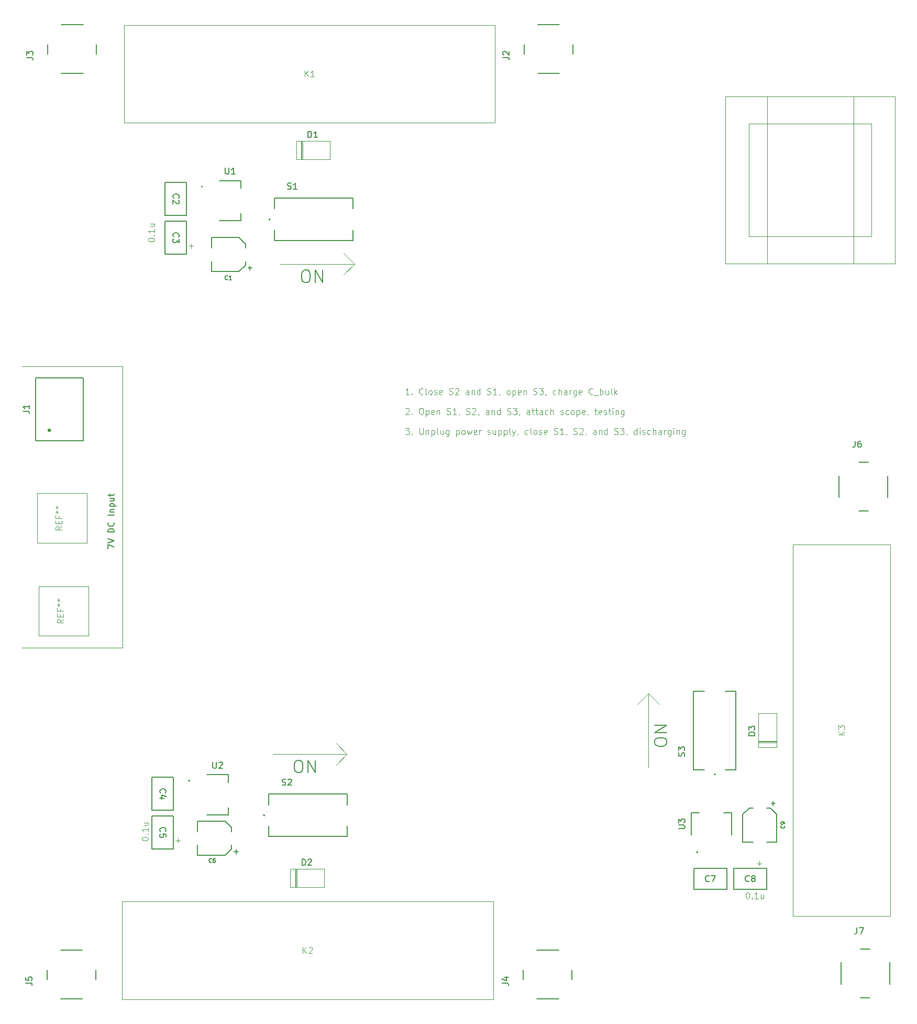
<source format=gbr>
G04 #@! TF.GenerationSoftware,KiCad,Pcbnew,9.0.5*
G04 #@! TF.CreationDate,2025-10-26T17:23:22-04:00*
G04 #@! TF.ProjectId,ReedRelay_Drive,52656564-5265-46c6-9179-5f4472697665,rev?*
G04 #@! TF.SameCoordinates,Original*
G04 #@! TF.FileFunction,Legend,Top*
G04 #@! TF.FilePolarity,Positive*
%FSLAX46Y46*%
G04 Gerber Fmt 4.6, Leading zero omitted, Abs format (unit mm)*
G04 Created by KiCad (PCBNEW 9.0.5) date 2025-10-26 17:23:22*
%MOMM*%
%LPD*%
G01*
G04 APERTURE LIST*
%ADD10C,0.100000*%
%ADD11C,0.200000*%
%ADD12C,0.150000*%
%ADD13C,0.127000*%
%ADD14C,0.152400*%
%ADD15C,0.120000*%
%ADD16C,0.400000*%
G04 APERTURE END LIST*
D10*
X85172693Y-84287643D02*
X84601265Y-84287643D01*
X84886979Y-84287643D02*
X84886979Y-83287643D01*
X84886979Y-83287643D02*
X84791741Y-83430500D01*
X84791741Y-83430500D02*
X84696503Y-83525738D01*
X84696503Y-83525738D02*
X84601265Y-83573357D01*
X85601265Y-84192404D02*
X85648884Y-84240024D01*
X85648884Y-84240024D02*
X85601265Y-84287643D01*
X85601265Y-84287643D02*
X85553646Y-84240024D01*
X85553646Y-84240024D02*
X85601265Y-84192404D01*
X85601265Y-84192404D02*
X85601265Y-84287643D01*
X87410788Y-84192404D02*
X87363169Y-84240024D01*
X87363169Y-84240024D02*
X87220312Y-84287643D01*
X87220312Y-84287643D02*
X87125074Y-84287643D01*
X87125074Y-84287643D02*
X86982217Y-84240024D01*
X86982217Y-84240024D02*
X86886979Y-84144785D01*
X86886979Y-84144785D02*
X86839360Y-84049547D01*
X86839360Y-84049547D02*
X86791741Y-83859071D01*
X86791741Y-83859071D02*
X86791741Y-83716214D01*
X86791741Y-83716214D02*
X86839360Y-83525738D01*
X86839360Y-83525738D02*
X86886979Y-83430500D01*
X86886979Y-83430500D02*
X86982217Y-83335262D01*
X86982217Y-83335262D02*
X87125074Y-83287643D01*
X87125074Y-83287643D02*
X87220312Y-83287643D01*
X87220312Y-83287643D02*
X87363169Y-83335262D01*
X87363169Y-83335262D02*
X87410788Y-83382881D01*
X87982217Y-84287643D02*
X87886979Y-84240024D01*
X87886979Y-84240024D02*
X87839360Y-84144785D01*
X87839360Y-84144785D02*
X87839360Y-83287643D01*
X88506027Y-84287643D02*
X88410789Y-84240024D01*
X88410789Y-84240024D02*
X88363170Y-84192404D01*
X88363170Y-84192404D02*
X88315551Y-84097166D01*
X88315551Y-84097166D02*
X88315551Y-83811452D01*
X88315551Y-83811452D02*
X88363170Y-83716214D01*
X88363170Y-83716214D02*
X88410789Y-83668595D01*
X88410789Y-83668595D02*
X88506027Y-83620976D01*
X88506027Y-83620976D02*
X88648884Y-83620976D01*
X88648884Y-83620976D02*
X88744122Y-83668595D01*
X88744122Y-83668595D02*
X88791741Y-83716214D01*
X88791741Y-83716214D02*
X88839360Y-83811452D01*
X88839360Y-83811452D02*
X88839360Y-84097166D01*
X88839360Y-84097166D02*
X88791741Y-84192404D01*
X88791741Y-84192404D02*
X88744122Y-84240024D01*
X88744122Y-84240024D02*
X88648884Y-84287643D01*
X88648884Y-84287643D02*
X88506027Y-84287643D01*
X89220313Y-84240024D02*
X89315551Y-84287643D01*
X89315551Y-84287643D02*
X89506027Y-84287643D01*
X89506027Y-84287643D02*
X89601265Y-84240024D01*
X89601265Y-84240024D02*
X89648884Y-84144785D01*
X89648884Y-84144785D02*
X89648884Y-84097166D01*
X89648884Y-84097166D02*
X89601265Y-84001928D01*
X89601265Y-84001928D02*
X89506027Y-83954309D01*
X89506027Y-83954309D02*
X89363170Y-83954309D01*
X89363170Y-83954309D02*
X89267932Y-83906690D01*
X89267932Y-83906690D02*
X89220313Y-83811452D01*
X89220313Y-83811452D02*
X89220313Y-83763833D01*
X89220313Y-83763833D02*
X89267932Y-83668595D01*
X89267932Y-83668595D02*
X89363170Y-83620976D01*
X89363170Y-83620976D02*
X89506027Y-83620976D01*
X89506027Y-83620976D02*
X89601265Y-83668595D01*
X90458408Y-84240024D02*
X90363170Y-84287643D01*
X90363170Y-84287643D02*
X90172694Y-84287643D01*
X90172694Y-84287643D02*
X90077456Y-84240024D01*
X90077456Y-84240024D02*
X90029837Y-84144785D01*
X90029837Y-84144785D02*
X90029837Y-83763833D01*
X90029837Y-83763833D02*
X90077456Y-83668595D01*
X90077456Y-83668595D02*
X90172694Y-83620976D01*
X90172694Y-83620976D02*
X90363170Y-83620976D01*
X90363170Y-83620976D02*
X90458408Y-83668595D01*
X90458408Y-83668595D02*
X90506027Y-83763833D01*
X90506027Y-83763833D02*
X90506027Y-83859071D01*
X90506027Y-83859071D02*
X90029837Y-83954309D01*
X91648885Y-84240024D02*
X91791742Y-84287643D01*
X91791742Y-84287643D02*
X92029837Y-84287643D01*
X92029837Y-84287643D02*
X92125075Y-84240024D01*
X92125075Y-84240024D02*
X92172694Y-84192404D01*
X92172694Y-84192404D02*
X92220313Y-84097166D01*
X92220313Y-84097166D02*
X92220313Y-84001928D01*
X92220313Y-84001928D02*
X92172694Y-83906690D01*
X92172694Y-83906690D02*
X92125075Y-83859071D01*
X92125075Y-83859071D02*
X92029837Y-83811452D01*
X92029837Y-83811452D02*
X91839361Y-83763833D01*
X91839361Y-83763833D02*
X91744123Y-83716214D01*
X91744123Y-83716214D02*
X91696504Y-83668595D01*
X91696504Y-83668595D02*
X91648885Y-83573357D01*
X91648885Y-83573357D02*
X91648885Y-83478119D01*
X91648885Y-83478119D02*
X91696504Y-83382881D01*
X91696504Y-83382881D02*
X91744123Y-83335262D01*
X91744123Y-83335262D02*
X91839361Y-83287643D01*
X91839361Y-83287643D02*
X92077456Y-83287643D01*
X92077456Y-83287643D02*
X92220313Y-83335262D01*
X92601266Y-83382881D02*
X92648885Y-83335262D01*
X92648885Y-83335262D02*
X92744123Y-83287643D01*
X92744123Y-83287643D02*
X92982218Y-83287643D01*
X92982218Y-83287643D02*
X93077456Y-83335262D01*
X93077456Y-83335262D02*
X93125075Y-83382881D01*
X93125075Y-83382881D02*
X93172694Y-83478119D01*
X93172694Y-83478119D02*
X93172694Y-83573357D01*
X93172694Y-83573357D02*
X93125075Y-83716214D01*
X93125075Y-83716214D02*
X92553647Y-84287643D01*
X92553647Y-84287643D02*
X93172694Y-84287643D01*
X94791742Y-84287643D02*
X94791742Y-83763833D01*
X94791742Y-83763833D02*
X94744123Y-83668595D01*
X94744123Y-83668595D02*
X94648885Y-83620976D01*
X94648885Y-83620976D02*
X94458409Y-83620976D01*
X94458409Y-83620976D02*
X94363171Y-83668595D01*
X94791742Y-84240024D02*
X94696504Y-84287643D01*
X94696504Y-84287643D02*
X94458409Y-84287643D01*
X94458409Y-84287643D02*
X94363171Y-84240024D01*
X94363171Y-84240024D02*
X94315552Y-84144785D01*
X94315552Y-84144785D02*
X94315552Y-84049547D01*
X94315552Y-84049547D02*
X94363171Y-83954309D01*
X94363171Y-83954309D02*
X94458409Y-83906690D01*
X94458409Y-83906690D02*
X94696504Y-83906690D01*
X94696504Y-83906690D02*
X94791742Y-83859071D01*
X95267933Y-83620976D02*
X95267933Y-84287643D01*
X95267933Y-83716214D02*
X95315552Y-83668595D01*
X95315552Y-83668595D02*
X95410790Y-83620976D01*
X95410790Y-83620976D02*
X95553647Y-83620976D01*
X95553647Y-83620976D02*
X95648885Y-83668595D01*
X95648885Y-83668595D02*
X95696504Y-83763833D01*
X95696504Y-83763833D02*
X95696504Y-84287643D01*
X96601266Y-84287643D02*
X96601266Y-83287643D01*
X96601266Y-84240024D02*
X96506028Y-84287643D01*
X96506028Y-84287643D02*
X96315552Y-84287643D01*
X96315552Y-84287643D02*
X96220314Y-84240024D01*
X96220314Y-84240024D02*
X96172695Y-84192404D01*
X96172695Y-84192404D02*
X96125076Y-84097166D01*
X96125076Y-84097166D02*
X96125076Y-83811452D01*
X96125076Y-83811452D02*
X96172695Y-83716214D01*
X96172695Y-83716214D02*
X96220314Y-83668595D01*
X96220314Y-83668595D02*
X96315552Y-83620976D01*
X96315552Y-83620976D02*
X96506028Y-83620976D01*
X96506028Y-83620976D02*
X96601266Y-83668595D01*
X97791743Y-84240024D02*
X97934600Y-84287643D01*
X97934600Y-84287643D02*
X98172695Y-84287643D01*
X98172695Y-84287643D02*
X98267933Y-84240024D01*
X98267933Y-84240024D02*
X98315552Y-84192404D01*
X98315552Y-84192404D02*
X98363171Y-84097166D01*
X98363171Y-84097166D02*
X98363171Y-84001928D01*
X98363171Y-84001928D02*
X98315552Y-83906690D01*
X98315552Y-83906690D02*
X98267933Y-83859071D01*
X98267933Y-83859071D02*
X98172695Y-83811452D01*
X98172695Y-83811452D02*
X97982219Y-83763833D01*
X97982219Y-83763833D02*
X97886981Y-83716214D01*
X97886981Y-83716214D02*
X97839362Y-83668595D01*
X97839362Y-83668595D02*
X97791743Y-83573357D01*
X97791743Y-83573357D02*
X97791743Y-83478119D01*
X97791743Y-83478119D02*
X97839362Y-83382881D01*
X97839362Y-83382881D02*
X97886981Y-83335262D01*
X97886981Y-83335262D02*
X97982219Y-83287643D01*
X97982219Y-83287643D02*
X98220314Y-83287643D01*
X98220314Y-83287643D02*
X98363171Y-83335262D01*
X99315552Y-84287643D02*
X98744124Y-84287643D01*
X99029838Y-84287643D02*
X99029838Y-83287643D01*
X99029838Y-83287643D02*
X98934600Y-83430500D01*
X98934600Y-83430500D02*
X98839362Y-83525738D01*
X98839362Y-83525738D02*
X98744124Y-83573357D01*
X99791743Y-84240024D02*
X99791743Y-84287643D01*
X99791743Y-84287643D02*
X99744124Y-84382881D01*
X99744124Y-84382881D02*
X99696505Y-84430500D01*
X101125076Y-84287643D02*
X101029838Y-84240024D01*
X101029838Y-84240024D02*
X100982219Y-84192404D01*
X100982219Y-84192404D02*
X100934600Y-84097166D01*
X100934600Y-84097166D02*
X100934600Y-83811452D01*
X100934600Y-83811452D02*
X100982219Y-83716214D01*
X100982219Y-83716214D02*
X101029838Y-83668595D01*
X101029838Y-83668595D02*
X101125076Y-83620976D01*
X101125076Y-83620976D02*
X101267933Y-83620976D01*
X101267933Y-83620976D02*
X101363171Y-83668595D01*
X101363171Y-83668595D02*
X101410790Y-83716214D01*
X101410790Y-83716214D02*
X101458409Y-83811452D01*
X101458409Y-83811452D02*
X101458409Y-84097166D01*
X101458409Y-84097166D02*
X101410790Y-84192404D01*
X101410790Y-84192404D02*
X101363171Y-84240024D01*
X101363171Y-84240024D02*
X101267933Y-84287643D01*
X101267933Y-84287643D02*
X101125076Y-84287643D01*
X101886981Y-83620976D02*
X101886981Y-84620976D01*
X101886981Y-83668595D02*
X101982219Y-83620976D01*
X101982219Y-83620976D02*
X102172695Y-83620976D01*
X102172695Y-83620976D02*
X102267933Y-83668595D01*
X102267933Y-83668595D02*
X102315552Y-83716214D01*
X102315552Y-83716214D02*
X102363171Y-83811452D01*
X102363171Y-83811452D02*
X102363171Y-84097166D01*
X102363171Y-84097166D02*
X102315552Y-84192404D01*
X102315552Y-84192404D02*
X102267933Y-84240024D01*
X102267933Y-84240024D02*
X102172695Y-84287643D01*
X102172695Y-84287643D02*
X101982219Y-84287643D01*
X101982219Y-84287643D02*
X101886981Y-84240024D01*
X103172695Y-84240024D02*
X103077457Y-84287643D01*
X103077457Y-84287643D02*
X102886981Y-84287643D01*
X102886981Y-84287643D02*
X102791743Y-84240024D01*
X102791743Y-84240024D02*
X102744124Y-84144785D01*
X102744124Y-84144785D02*
X102744124Y-83763833D01*
X102744124Y-83763833D02*
X102791743Y-83668595D01*
X102791743Y-83668595D02*
X102886981Y-83620976D01*
X102886981Y-83620976D02*
X103077457Y-83620976D01*
X103077457Y-83620976D02*
X103172695Y-83668595D01*
X103172695Y-83668595D02*
X103220314Y-83763833D01*
X103220314Y-83763833D02*
X103220314Y-83859071D01*
X103220314Y-83859071D02*
X102744124Y-83954309D01*
X103648886Y-83620976D02*
X103648886Y-84287643D01*
X103648886Y-83716214D02*
X103696505Y-83668595D01*
X103696505Y-83668595D02*
X103791743Y-83620976D01*
X103791743Y-83620976D02*
X103934600Y-83620976D01*
X103934600Y-83620976D02*
X104029838Y-83668595D01*
X104029838Y-83668595D02*
X104077457Y-83763833D01*
X104077457Y-83763833D02*
X104077457Y-84287643D01*
X105267934Y-84240024D02*
X105410791Y-84287643D01*
X105410791Y-84287643D02*
X105648886Y-84287643D01*
X105648886Y-84287643D02*
X105744124Y-84240024D01*
X105744124Y-84240024D02*
X105791743Y-84192404D01*
X105791743Y-84192404D02*
X105839362Y-84097166D01*
X105839362Y-84097166D02*
X105839362Y-84001928D01*
X105839362Y-84001928D02*
X105791743Y-83906690D01*
X105791743Y-83906690D02*
X105744124Y-83859071D01*
X105744124Y-83859071D02*
X105648886Y-83811452D01*
X105648886Y-83811452D02*
X105458410Y-83763833D01*
X105458410Y-83763833D02*
X105363172Y-83716214D01*
X105363172Y-83716214D02*
X105315553Y-83668595D01*
X105315553Y-83668595D02*
X105267934Y-83573357D01*
X105267934Y-83573357D02*
X105267934Y-83478119D01*
X105267934Y-83478119D02*
X105315553Y-83382881D01*
X105315553Y-83382881D02*
X105363172Y-83335262D01*
X105363172Y-83335262D02*
X105458410Y-83287643D01*
X105458410Y-83287643D02*
X105696505Y-83287643D01*
X105696505Y-83287643D02*
X105839362Y-83335262D01*
X106172696Y-83287643D02*
X106791743Y-83287643D01*
X106791743Y-83287643D02*
X106458410Y-83668595D01*
X106458410Y-83668595D02*
X106601267Y-83668595D01*
X106601267Y-83668595D02*
X106696505Y-83716214D01*
X106696505Y-83716214D02*
X106744124Y-83763833D01*
X106744124Y-83763833D02*
X106791743Y-83859071D01*
X106791743Y-83859071D02*
X106791743Y-84097166D01*
X106791743Y-84097166D02*
X106744124Y-84192404D01*
X106744124Y-84192404D02*
X106696505Y-84240024D01*
X106696505Y-84240024D02*
X106601267Y-84287643D01*
X106601267Y-84287643D02*
X106315553Y-84287643D01*
X106315553Y-84287643D02*
X106220315Y-84240024D01*
X106220315Y-84240024D02*
X106172696Y-84192404D01*
X107267934Y-84240024D02*
X107267934Y-84287643D01*
X107267934Y-84287643D02*
X107220315Y-84382881D01*
X107220315Y-84382881D02*
X107172696Y-84430500D01*
X108886981Y-84240024D02*
X108791743Y-84287643D01*
X108791743Y-84287643D02*
X108601267Y-84287643D01*
X108601267Y-84287643D02*
X108506029Y-84240024D01*
X108506029Y-84240024D02*
X108458410Y-84192404D01*
X108458410Y-84192404D02*
X108410791Y-84097166D01*
X108410791Y-84097166D02*
X108410791Y-83811452D01*
X108410791Y-83811452D02*
X108458410Y-83716214D01*
X108458410Y-83716214D02*
X108506029Y-83668595D01*
X108506029Y-83668595D02*
X108601267Y-83620976D01*
X108601267Y-83620976D02*
X108791743Y-83620976D01*
X108791743Y-83620976D02*
X108886981Y-83668595D01*
X109315553Y-84287643D02*
X109315553Y-83287643D01*
X109744124Y-84287643D02*
X109744124Y-83763833D01*
X109744124Y-83763833D02*
X109696505Y-83668595D01*
X109696505Y-83668595D02*
X109601267Y-83620976D01*
X109601267Y-83620976D02*
X109458410Y-83620976D01*
X109458410Y-83620976D02*
X109363172Y-83668595D01*
X109363172Y-83668595D02*
X109315553Y-83716214D01*
X110648886Y-84287643D02*
X110648886Y-83763833D01*
X110648886Y-83763833D02*
X110601267Y-83668595D01*
X110601267Y-83668595D02*
X110506029Y-83620976D01*
X110506029Y-83620976D02*
X110315553Y-83620976D01*
X110315553Y-83620976D02*
X110220315Y-83668595D01*
X110648886Y-84240024D02*
X110553648Y-84287643D01*
X110553648Y-84287643D02*
X110315553Y-84287643D01*
X110315553Y-84287643D02*
X110220315Y-84240024D01*
X110220315Y-84240024D02*
X110172696Y-84144785D01*
X110172696Y-84144785D02*
X110172696Y-84049547D01*
X110172696Y-84049547D02*
X110220315Y-83954309D01*
X110220315Y-83954309D02*
X110315553Y-83906690D01*
X110315553Y-83906690D02*
X110553648Y-83906690D01*
X110553648Y-83906690D02*
X110648886Y-83859071D01*
X111125077Y-84287643D02*
X111125077Y-83620976D01*
X111125077Y-83811452D02*
X111172696Y-83716214D01*
X111172696Y-83716214D02*
X111220315Y-83668595D01*
X111220315Y-83668595D02*
X111315553Y-83620976D01*
X111315553Y-83620976D02*
X111410791Y-83620976D01*
X112172696Y-83620976D02*
X112172696Y-84430500D01*
X112172696Y-84430500D02*
X112125077Y-84525738D01*
X112125077Y-84525738D02*
X112077458Y-84573357D01*
X112077458Y-84573357D02*
X111982220Y-84620976D01*
X111982220Y-84620976D02*
X111839363Y-84620976D01*
X111839363Y-84620976D02*
X111744125Y-84573357D01*
X112172696Y-84240024D02*
X112077458Y-84287643D01*
X112077458Y-84287643D02*
X111886982Y-84287643D01*
X111886982Y-84287643D02*
X111791744Y-84240024D01*
X111791744Y-84240024D02*
X111744125Y-84192404D01*
X111744125Y-84192404D02*
X111696506Y-84097166D01*
X111696506Y-84097166D02*
X111696506Y-83811452D01*
X111696506Y-83811452D02*
X111744125Y-83716214D01*
X111744125Y-83716214D02*
X111791744Y-83668595D01*
X111791744Y-83668595D02*
X111886982Y-83620976D01*
X111886982Y-83620976D02*
X112077458Y-83620976D01*
X112077458Y-83620976D02*
X112172696Y-83668595D01*
X113029839Y-84240024D02*
X112934601Y-84287643D01*
X112934601Y-84287643D02*
X112744125Y-84287643D01*
X112744125Y-84287643D02*
X112648887Y-84240024D01*
X112648887Y-84240024D02*
X112601268Y-84144785D01*
X112601268Y-84144785D02*
X112601268Y-83763833D01*
X112601268Y-83763833D02*
X112648887Y-83668595D01*
X112648887Y-83668595D02*
X112744125Y-83620976D01*
X112744125Y-83620976D02*
X112934601Y-83620976D01*
X112934601Y-83620976D02*
X113029839Y-83668595D01*
X113029839Y-83668595D02*
X113077458Y-83763833D01*
X113077458Y-83763833D02*
X113077458Y-83859071D01*
X113077458Y-83859071D02*
X112601268Y-83954309D01*
X114839363Y-84192404D02*
X114791744Y-84240024D01*
X114791744Y-84240024D02*
X114648887Y-84287643D01*
X114648887Y-84287643D02*
X114553649Y-84287643D01*
X114553649Y-84287643D02*
X114410792Y-84240024D01*
X114410792Y-84240024D02*
X114315554Y-84144785D01*
X114315554Y-84144785D02*
X114267935Y-84049547D01*
X114267935Y-84049547D02*
X114220316Y-83859071D01*
X114220316Y-83859071D02*
X114220316Y-83716214D01*
X114220316Y-83716214D02*
X114267935Y-83525738D01*
X114267935Y-83525738D02*
X114315554Y-83430500D01*
X114315554Y-83430500D02*
X114410792Y-83335262D01*
X114410792Y-83335262D02*
X114553649Y-83287643D01*
X114553649Y-83287643D02*
X114648887Y-83287643D01*
X114648887Y-83287643D02*
X114791744Y-83335262D01*
X114791744Y-83335262D02*
X114839363Y-83382881D01*
X115029840Y-84382881D02*
X115791744Y-84382881D01*
X116029840Y-84287643D02*
X116029840Y-83287643D01*
X116029840Y-83668595D02*
X116125078Y-83620976D01*
X116125078Y-83620976D02*
X116315554Y-83620976D01*
X116315554Y-83620976D02*
X116410792Y-83668595D01*
X116410792Y-83668595D02*
X116458411Y-83716214D01*
X116458411Y-83716214D02*
X116506030Y-83811452D01*
X116506030Y-83811452D02*
X116506030Y-84097166D01*
X116506030Y-84097166D02*
X116458411Y-84192404D01*
X116458411Y-84192404D02*
X116410792Y-84240024D01*
X116410792Y-84240024D02*
X116315554Y-84287643D01*
X116315554Y-84287643D02*
X116125078Y-84287643D01*
X116125078Y-84287643D02*
X116029840Y-84240024D01*
X117363173Y-83620976D02*
X117363173Y-84287643D01*
X116934602Y-83620976D02*
X116934602Y-84144785D01*
X116934602Y-84144785D02*
X116982221Y-84240024D01*
X116982221Y-84240024D02*
X117077459Y-84287643D01*
X117077459Y-84287643D02*
X117220316Y-84287643D01*
X117220316Y-84287643D02*
X117315554Y-84240024D01*
X117315554Y-84240024D02*
X117363173Y-84192404D01*
X117982221Y-84287643D02*
X117886983Y-84240024D01*
X117886983Y-84240024D02*
X117839364Y-84144785D01*
X117839364Y-84144785D02*
X117839364Y-83287643D01*
X118363174Y-84287643D02*
X118363174Y-83287643D01*
X118458412Y-83906690D02*
X118744126Y-84287643D01*
X118744126Y-83620976D02*
X118363174Y-84001928D01*
X84601265Y-86602769D02*
X84648884Y-86555150D01*
X84648884Y-86555150D02*
X84744122Y-86507531D01*
X84744122Y-86507531D02*
X84982217Y-86507531D01*
X84982217Y-86507531D02*
X85077455Y-86555150D01*
X85077455Y-86555150D02*
X85125074Y-86602769D01*
X85125074Y-86602769D02*
X85172693Y-86698007D01*
X85172693Y-86698007D02*
X85172693Y-86793245D01*
X85172693Y-86793245D02*
X85125074Y-86936102D01*
X85125074Y-86936102D02*
X84553646Y-87507531D01*
X84553646Y-87507531D02*
X85172693Y-87507531D01*
X85601265Y-87412292D02*
X85648884Y-87459912D01*
X85648884Y-87459912D02*
X85601265Y-87507531D01*
X85601265Y-87507531D02*
X85553646Y-87459912D01*
X85553646Y-87459912D02*
X85601265Y-87412292D01*
X85601265Y-87412292D02*
X85601265Y-87507531D01*
X87029836Y-86507531D02*
X87220312Y-86507531D01*
X87220312Y-86507531D02*
X87315550Y-86555150D01*
X87315550Y-86555150D02*
X87410788Y-86650388D01*
X87410788Y-86650388D02*
X87458407Y-86840864D01*
X87458407Y-86840864D02*
X87458407Y-87174197D01*
X87458407Y-87174197D02*
X87410788Y-87364673D01*
X87410788Y-87364673D02*
X87315550Y-87459912D01*
X87315550Y-87459912D02*
X87220312Y-87507531D01*
X87220312Y-87507531D02*
X87029836Y-87507531D01*
X87029836Y-87507531D02*
X86934598Y-87459912D01*
X86934598Y-87459912D02*
X86839360Y-87364673D01*
X86839360Y-87364673D02*
X86791741Y-87174197D01*
X86791741Y-87174197D02*
X86791741Y-86840864D01*
X86791741Y-86840864D02*
X86839360Y-86650388D01*
X86839360Y-86650388D02*
X86934598Y-86555150D01*
X86934598Y-86555150D02*
X87029836Y-86507531D01*
X87886979Y-86840864D02*
X87886979Y-87840864D01*
X87886979Y-86888483D02*
X87982217Y-86840864D01*
X87982217Y-86840864D02*
X88172693Y-86840864D01*
X88172693Y-86840864D02*
X88267931Y-86888483D01*
X88267931Y-86888483D02*
X88315550Y-86936102D01*
X88315550Y-86936102D02*
X88363169Y-87031340D01*
X88363169Y-87031340D02*
X88363169Y-87317054D01*
X88363169Y-87317054D02*
X88315550Y-87412292D01*
X88315550Y-87412292D02*
X88267931Y-87459912D01*
X88267931Y-87459912D02*
X88172693Y-87507531D01*
X88172693Y-87507531D02*
X87982217Y-87507531D01*
X87982217Y-87507531D02*
X87886979Y-87459912D01*
X89172693Y-87459912D02*
X89077455Y-87507531D01*
X89077455Y-87507531D02*
X88886979Y-87507531D01*
X88886979Y-87507531D02*
X88791741Y-87459912D01*
X88791741Y-87459912D02*
X88744122Y-87364673D01*
X88744122Y-87364673D02*
X88744122Y-86983721D01*
X88744122Y-86983721D02*
X88791741Y-86888483D01*
X88791741Y-86888483D02*
X88886979Y-86840864D01*
X88886979Y-86840864D02*
X89077455Y-86840864D01*
X89077455Y-86840864D02*
X89172693Y-86888483D01*
X89172693Y-86888483D02*
X89220312Y-86983721D01*
X89220312Y-86983721D02*
X89220312Y-87078959D01*
X89220312Y-87078959D02*
X88744122Y-87174197D01*
X89648884Y-86840864D02*
X89648884Y-87507531D01*
X89648884Y-86936102D02*
X89696503Y-86888483D01*
X89696503Y-86888483D02*
X89791741Y-86840864D01*
X89791741Y-86840864D02*
X89934598Y-86840864D01*
X89934598Y-86840864D02*
X90029836Y-86888483D01*
X90029836Y-86888483D02*
X90077455Y-86983721D01*
X90077455Y-86983721D02*
X90077455Y-87507531D01*
X91267932Y-87459912D02*
X91410789Y-87507531D01*
X91410789Y-87507531D02*
X91648884Y-87507531D01*
X91648884Y-87507531D02*
X91744122Y-87459912D01*
X91744122Y-87459912D02*
X91791741Y-87412292D01*
X91791741Y-87412292D02*
X91839360Y-87317054D01*
X91839360Y-87317054D02*
X91839360Y-87221816D01*
X91839360Y-87221816D02*
X91791741Y-87126578D01*
X91791741Y-87126578D02*
X91744122Y-87078959D01*
X91744122Y-87078959D02*
X91648884Y-87031340D01*
X91648884Y-87031340D02*
X91458408Y-86983721D01*
X91458408Y-86983721D02*
X91363170Y-86936102D01*
X91363170Y-86936102D02*
X91315551Y-86888483D01*
X91315551Y-86888483D02*
X91267932Y-86793245D01*
X91267932Y-86793245D02*
X91267932Y-86698007D01*
X91267932Y-86698007D02*
X91315551Y-86602769D01*
X91315551Y-86602769D02*
X91363170Y-86555150D01*
X91363170Y-86555150D02*
X91458408Y-86507531D01*
X91458408Y-86507531D02*
X91696503Y-86507531D01*
X91696503Y-86507531D02*
X91839360Y-86555150D01*
X92791741Y-87507531D02*
X92220313Y-87507531D01*
X92506027Y-87507531D02*
X92506027Y-86507531D01*
X92506027Y-86507531D02*
X92410789Y-86650388D01*
X92410789Y-86650388D02*
X92315551Y-86745626D01*
X92315551Y-86745626D02*
X92220313Y-86793245D01*
X93267932Y-87459912D02*
X93267932Y-87507531D01*
X93267932Y-87507531D02*
X93220313Y-87602769D01*
X93220313Y-87602769D02*
X93172694Y-87650388D01*
X94410789Y-87459912D02*
X94553646Y-87507531D01*
X94553646Y-87507531D02*
X94791741Y-87507531D01*
X94791741Y-87507531D02*
X94886979Y-87459912D01*
X94886979Y-87459912D02*
X94934598Y-87412292D01*
X94934598Y-87412292D02*
X94982217Y-87317054D01*
X94982217Y-87317054D02*
X94982217Y-87221816D01*
X94982217Y-87221816D02*
X94934598Y-87126578D01*
X94934598Y-87126578D02*
X94886979Y-87078959D01*
X94886979Y-87078959D02*
X94791741Y-87031340D01*
X94791741Y-87031340D02*
X94601265Y-86983721D01*
X94601265Y-86983721D02*
X94506027Y-86936102D01*
X94506027Y-86936102D02*
X94458408Y-86888483D01*
X94458408Y-86888483D02*
X94410789Y-86793245D01*
X94410789Y-86793245D02*
X94410789Y-86698007D01*
X94410789Y-86698007D02*
X94458408Y-86602769D01*
X94458408Y-86602769D02*
X94506027Y-86555150D01*
X94506027Y-86555150D02*
X94601265Y-86507531D01*
X94601265Y-86507531D02*
X94839360Y-86507531D01*
X94839360Y-86507531D02*
X94982217Y-86555150D01*
X95363170Y-86602769D02*
X95410789Y-86555150D01*
X95410789Y-86555150D02*
X95506027Y-86507531D01*
X95506027Y-86507531D02*
X95744122Y-86507531D01*
X95744122Y-86507531D02*
X95839360Y-86555150D01*
X95839360Y-86555150D02*
X95886979Y-86602769D01*
X95886979Y-86602769D02*
X95934598Y-86698007D01*
X95934598Y-86698007D02*
X95934598Y-86793245D01*
X95934598Y-86793245D02*
X95886979Y-86936102D01*
X95886979Y-86936102D02*
X95315551Y-87507531D01*
X95315551Y-87507531D02*
X95934598Y-87507531D01*
X96410789Y-87459912D02*
X96410789Y-87507531D01*
X96410789Y-87507531D02*
X96363170Y-87602769D01*
X96363170Y-87602769D02*
X96315551Y-87650388D01*
X98029836Y-87507531D02*
X98029836Y-86983721D01*
X98029836Y-86983721D02*
X97982217Y-86888483D01*
X97982217Y-86888483D02*
X97886979Y-86840864D01*
X97886979Y-86840864D02*
X97696503Y-86840864D01*
X97696503Y-86840864D02*
X97601265Y-86888483D01*
X98029836Y-87459912D02*
X97934598Y-87507531D01*
X97934598Y-87507531D02*
X97696503Y-87507531D01*
X97696503Y-87507531D02*
X97601265Y-87459912D01*
X97601265Y-87459912D02*
X97553646Y-87364673D01*
X97553646Y-87364673D02*
X97553646Y-87269435D01*
X97553646Y-87269435D02*
X97601265Y-87174197D01*
X97601265Y-87174197D02*
X97696503Y-87126578D01*
X97696503Y-87126578D02*
X97934598Y-87126578D01*
X97934598Y-87126578D02*
X98029836Y-87078959D01*
X98506027Y-86840864D02*
X98506027Y-87507531D01*
X98506027Y-86936102D02*
X98553646Y-86888483D01*
X98553646Y-86888483D02*
X98648884Y-86840864D01*
X98648884Y-86840864D02*
X98791741Y-86840864D01*
X98791741Y-86840864D02*
X98886979Y-86888483D01*
X98886979Y-86888483D02*
X98934598Y-86983721D01*
X98934598Y-86983721D02*
X98934598Y-87507531D01*
X99839360Y-87507531D02*
X99839360Y-86507531D01*
X99839360Y-87459912D02*
X99744122Y-87507531D01*
X99744122Y-87507531D02*
X99553646Y-87507531D01*
X99553646Y-87507531D02*
X99458408Y-87459912D01*
X99458408Y-87459912D02*
X99410789Y-87412292D01*
X99410789Y-87412292D02*
X99363170Y-87317054D01*
X99363170Y-87317054D02*
X99363170Y-87031340D01*
X99363170Y-87031340D02*
X99410789Y-86936102D01*
X99410789Y-86936102D02*
X99458408Y-86888483D01*
X99458408Y-86888483D02*
X99553646Y-86840864D01*
X99553646Y-86840864D02*
X99744122Y-86840864D01*
X99744122Y-86840864D02*
X99839360Y-86888483D01*
X101029837Y-87459912D02*
X101172694Y-87507531D01*
X101172694Y-87507531D02*
X101410789Y-87507531D01*
X101410789Y-87507531D02*
X101506027Y-87459912D01*
X101506027Y-87459912D02*
X101553646Y-87412292D01*
X101553646Y-87412292D02*
X101601265Y-87317054D01*
X101601265Y-87317054D02*
X101601265Y-87221816D01*
X101601265Y-87221816D02*
X101553646Y-87126578D01*
X101553646Y-87126578D02*
X101506027Y-87078959D01*
X101506027Y-87078959D02*
X101410789Y-87031340D01*
X101410789Y-87031340D02*
X101220313Y-86983721D01*
X101220313Y-86983721D02*
X101125075Y-86936102D01*
X101125075Y-86936102D02*
X101077456Y-86888483D01*
X101077456Y-86888483D02*
X101029837Y-86793245D01*
X101029837Y-86793245D02*
X101029837Y-86698007D01*
X101029837Y-86698007D02*
X101077456Y-86602769D01*
X101077456Y-86602769D02*
X101125075Y-86555150D01*
X101125075Y-86555150D02*
X101220313Y-86507531D01*
X101220313Y-86507531D02*
X101458408Y-86507531D01*
X101458408Y-86507531D02*
X101601265Y-86555150D01*
X101934599Y-86507531D02*
X102553646Y-86507531D01*
X102553646Y-86507531D02*
X102220313Y-86888483D01*
X102220313Y-86888483D02*
X102363170Y-86888483D01*
X102363170Y-86888483D02*
X102458408Y-86936102D01*
X102458408Y-86936102D02*
X102506027Y-86983721D01*
X102506027Y-86983721D02*
X102553646Y-87078959D01*
X102553646Y-87078959D02*
X102553646Y-87317054D01*
X102553646Y-87317054D02*
X102506027Y-87412292D01*
X102506027Y-87412292D02*
X102458408Y-87459912D01*
X102458408Y-87459912D02*
X102363170Y-87507531D01*
X102363170Y-87507531D02*
X102077456Y-87507531D01*
X102077456Y-87507531D02*
X101982218Y-87459912D01*
X101982218Y-87459912D02*
X101934599Y-87412292D01*
X103029837Y-87459912D02*
X103029837Y-87507531D01*
X103029837Y-87507531D02*
X102982218Y-87602769D01*
X102982218Y-87602769D02*
X102934599Y-87650388D01*
X104648884Y-87507531D02*
X104648884Y-86983721D01*
X104648884Y-86983721D02*
X104601265Y-86888483D01*
X104601265Y-86888483D02*
X104506027Y-86840864D01*
X104506027Y-86840864D02*
X104315551Y-86840864D01*
X104315551Y-86840864D02*
X104220313Y-86888483D01*
X104648884Y-87459912D02*
X104553646Y-87507531D01*
X104553646Y-87507531D02*
X104315551Y-87507531D01*
X104315551Y-87507531D02*
X104220313Y-87459912D01*
X104220313Y-87459912D02*
X104172694Y-87364673D01*
X104172694Y-87364673D02*
X104172694Y-87269435D01*
X104172694Y-87269435D02*
X104220313Y-87174197D01*
X104220313Y-87174197D02*
X104315551Y-87126578D01*
X104315551Y-87126578D02*
X104553646Y-87126578D01*
X104553646Y-87126578D02*
X104648884Y-87078959D01*
X104982218Y-86840864D02*
X105363170Y-86840864D01*
X105125075Y-86507531D02*
X105125075Y-87364673D01*
X105125075Y-87364673D02*
X105172694Y-87459912D01*
X105172694Y-87459912D02*
X105267932Y-87507531D01*
X105267932Y-87507531D02*
X105363170Y-87507531D01*
X105553647Y-86840864D02*
X105934599Y-86840864D01*
X105696504Y-86507531D02*
X105696504Y-87364673D01*
X105696504Y-87364673D02*
X105744123Y-87459912D01*
X105744123Y-87459912D02*
X105839361Y-87507531D01*
X105839361Y-87507531D02*
X105934599Y-87507531D01*
X106696504Y-87507531D02*
X106696504Y-86983721D01*
X106696504Y-86983721D02*
X106648885Y-86888483D01*
X106648885Y-86888483D02*
X106553647Y-86840864D01*
X106553647Y-86840864D02*
X106363171Y-86840864D01*
X106363171Y-86840864D02*
X106267933Y-86888483D01*
X106696504Y-87459912D02*
X106601266Y-87507531D01*
X106601266Y-87507531D02*
X106363171Y-87507531D01*
X106363171Y-87507531D02*
X106267933Y-87459912D01*
X106267933Y-87459912D02*
X106220314Y-87364673D01*
X106220314Y-87364673D02*
X106220314Y-87269435D01*
X106220314Y-87269435D02*
X106267933Y-87174197D01*
X106267933Y-87174197D02*
X106363171Y-87126578D01*
X106363171Y-87126578D02*
X106601266Y-87126578D01*
X106601266Y-87126578D02*
X106696504Y-87078959D01*
X107601266Y-87459912D02*
X107506028Y-87507531D01*
X107506028Y-87507531D02*
X107315552Y-87507531D01*
X107315552Y-87507531D02*
X107220314Y-87459912D01*
X107220314Y-87459912D02*
X107172695Y-87412292D01*
X107172695Y-87412292D02*
X107125076Y-87317054D01*
X107125076Y-87317054D02*
X107125076Y-87031340D01*
X107125076Y-87031340D02*
X107172695Y-86936102D01*
X107172695Y-86936102D02*
X107220314Y-86888483D01*
X107220314Y-86888483D02*
X107315552Y-86840864D01*
X107315552Y-86840864D02*
X107506028Y-86840864D01*
X107506028Y-86840864D02*
X107601266Y-86888483D01*
X108029838Y-87507531D02*
X108029838Y-86507531D01*
X108458409Y-87507531D02*
X108458409Y-86983721D01*
X108458409Y-86983721D02*
X108410790Y-86888483D01*
X108410790Y-86888483D02*
X108315552Y-86840864D01*
X108315552Y-86840864D02*
X108172695Y-86840864D01*
X108172695Y-86840864D02*
X108077457Y-86888483D01*
X108077457Y-86888483D02*
X108029838Y-86936102D01*
X109648886Y-87459912D02*
X109744124Y-87507531D01*
X109744124Y-87507531D02*
X109934600Y-87507531D01*
X109934600Y-87507531D02*
X110029838Y-87459912D01*
X110029838Y-87459912D02*
X110077457Y-87364673D01*
X110077457Y-87364673D02*
X110077457Y-87317054D01*
X110077457Y-87317054D02*
X110029838Y-87221816D01*
X110029838Y-87221816D02*
X109934600Y-87174197D01*
X109934600Y-87174197D02*
X109791743Y-87174197D01*
X109791743Y-87174197D02*
X109696505Y-87126578D01*
X109696505Y-87126578D02*
X109648886Y-87031340D01*
X109648886Y-87031340D02*
X109648886Y-86983721D01*
X109648886Y-86983721D02*
X109696505Y-86888483D01*
X109696505Y-86888483D02*
X109791743Y-86840864D01*
X109791743Y-86840864D02*
X109934600Y-86840864D01*
X109934600Y-86840864D02*
X110029838Y-86888483D01*
X110934600Y-87459912D02*
X110839362Y-87507531D01*
X110839362Y-87507531D02*
X110648886Y-87507531D01*
X110648886Y-87507531D02*
X110553648Y-87459912D01*
X110553648Y-87459912D02*
X110506029Y-87412292D01*
X110506029Y-87412292D02*
X110458410Y-87317054D01*
X110458410Y-87317054D02*
X110458410Y-87031340D01*
X110458410Y-87031340D02*
X110506029Y-86936102D01*
X110506029Y-86936102D02*
X110553648Y-86888483D01*
X110553648Y-86888483D02*
X110648886Y-86840864D01*
X110648886Y-86840864D02*
X110839362Y-86840864D01*
X110839362Y-86840864D02*
X110934600Y-86888483D01*
X111506029Y-87507531D02*
X111410791Y-87459912D01*
X111410791Y-87459912D02*
X111363172Y-87412292D01*
X111363172Y-87412292D02*
X111315553Y-87317054D01*
X111315553Y-87317054D02*
X111315553Y-87031340D01*
X111315553Y-87031340D02*
X111363172Y-86936102D01*
X111363172Y-86936102D02*
X111410791Y-86888483D01*
X111410791Y-86888483D02*
X111506029Y-86840864D01*
X111506029Y-86840864D02*
X111648886Y-86840864D01*
X111648886Y-86840864D02*
X111744124Y-86888483D01*
X111744124Y-86888483D02*
X111791743Y-86936102D01*
X111791743Y-86936102D02*
X111839362Y-87031340D01*
X111839362Y-87031340D02*
X111839362Y-87317054D01*
X111839362Y-87317054D02*
X111791743Y-87412292D01*
X111791743Y-87412292D02*
X111744124Y-87459912D01*
X111744124Y-87459912D02*
X111648886Y-87507531D01*
X111648886Y-87507531D02*
X111506029Y-87507531D01*
X112267934Y-86840864D02*
X112267934Y-87840864D01*
X112267934Y-86888483D02*
X112363172Y-86840864D01*
X112363172Y-86840864D02*
X112553648Y-86840864D01*
X112553648Y-86840864D02*
X112648886Y-86888483D01*
X112648886Y-86888483D02*
X112696505Y-86936102D01*
X112696505Y-86936102D02*
X112744124Y-87031340D01*
X112744124Y-87031340D02*
X112744124Y-87317054D01*
X112744124Y-87317054D02*
X112696505Y-87412292D01*
X112696505Y-87412292D02*
X112648886Y-87459912D01*
X112648886Y-87459912D02*
X112553648Y-87507531D01*
X112553648Y-87507531D02*
X112363172Y-87507531D01*
X112363172Y-87507531D02*
X112267934Y-87459912D01*
X113553648Y-87459912D02*
X113458410Y-87507531D01*
X113458410Y-87507531D02*
X113267934Y-87507531D01*
X113267934Y-87507531D02*
X113172696Y-87459912D01*
X113172696Y-87459912D02*
X113125077Y-87364673D01*
X113125077Y-87364673D02*
X113125077Y-86983721D01*
X113125077Y-86983721D02*
X113172696Y-86888483D01*
X113172696Y-86888483D02*
X113267934Y-86840864D01*
X113267934Y-86840864D02*
X113458410Y-86840864D01*
X113458410Y-86840864D02*
X113553648Y-86888483D01*
X113553648Y-86888483D02*
X113601267Y-86983721D01*
X113601267Y-86983721D02*
X113601267Y-87078959D01*
X113601267Y-87078959D02*
X113125077Y-87174197D01*
X114077458Y-87459912D02*
X114077458Y-87507531D01*
X114077458Y-87507531D02*
X114029839Y-87602769D01*
X114029839Y-87602769D02*
X113982220Y-87650388D01*
X115125077Y-86840864D02*
X115506029Y-86840864D01*
X115267934Y-86507531D02*
X115267934Y-87364673D01*
X115267934Y-87364673D02*
X115315553Y-87459912D01*
X115315553Y-87459912D02*
X115410791Y-87507531D01*
X115410791Y-87507531D02*
X115506029Y-87507531D01*
X116220315Y-87459912D02*
X116125077Y-87507531D01*
X116125077Y-87507531D02*
X115934601Y-87507531D01*
X115934601Y-87507531D02*
X115839363Y-87459912D01*
X115839363Y-87459912D02*
X115791744Y-87364673D01*
X115791744Y-87364673D02*
X115791744Y-86983721D01*
X115791744Y-86983721D02*
X115839363Y-86888483D01*
X115839363Y-86888483D02*
X115934601Y-86840864D01*
X115934601Y-86840864D02*
X116125077Y-86840864D01*
X116125077Y-86840864D02*
X116220315Y-86888483D01*
X116220315Y-86888483D02*
X116267934Y-86983721D01*
X116267934Y-86983721D02*
X116267934Y-87078959D01*
X116267934Y-87078959D02*
X115791744Y-87174197D01*
X116648887Y-87459912D02*
X116744125Y-87507531D01*
X116744125Y-87507531D02*
X116934601Y-87507531D01*
X116934601Y-87507531D02*
X117029839Y-87459912D01*
X117029839Y-87459912D02*
X117077458Y-87364673D01*
X117077458Y-87364673D02*
X117077458Y-87317054D01*
X117077458Y-87317054D02*
X117029839Y-87221816D01*
X117029839Y-87221816D02*
X116934601Y-87174197D01*
X116934601Y-87174197D02*
X116791744Y-87174197D01*
X116791744Y-87174197D02*
X116696506Y-87126578D01*
X116696506Y-87126578D02*
X116648887Y-87031340D01*
X116648887Y-87031340D02*
X116648887Y-86983721D01*
X116648887Y-86983721D02*
X116696506Y-86888483D01*
X116696506Y-86888483D02*
X116791744Y-86840864D01*
X116791744Y-86840864D02*
X116934601Y-86840864D01*
X116934601Y-86840864D02*
X117029839Y-86888483D01*
X117363173Y-86840864D02*
X117744125Y-86840864D01*
X117506030Y-86507531D02*
X117506030Y-87364673D01*
X117506030Y-87364673D02*
X117553649Y-87459912D01*
X117553649Y-87459912D02*
X117648887Y-87507531D01*
X117648887Y-87507531D02*
X117744125Y-87507531D01*
X118077459Y-87507531D02*
X118077459Y-86840864D01*
X118077459Y-86507531D02*
X118029840Y-86555150D01*
X118029840Y-86555150D02*
X118077459Y-86602769D01*
X118077459Y-86602769D02*
X118125078Y-86555150D01*
X118125078Y-86555150D02*
X118077459Y-86507531D01*
X118077459Y-86507531D02*
X118077459Y-86602769D01*
X118553649Y-86840864D02*
X118553649Y-87507531D01*
X118553649Y-86936102D02*
X118601268Y-86888483D01*
X118601268Y-86888483D02*
X118696506Y-86840864D01*
X118696506Y-86840864D02*
X118839363Y-86840864D01*
X118839363Y-86840864D02*
X118934601Y-86888483D01*
X118934601Y-86888483D02*
X118982220Y-86983721D01*
X118982220Y-86983721D02*
X118982220Y-87507531D01*
X119886982Y-86840864D02*
X119886982Y-87650388D01*
X119886982Y-87650388D02*
X119839363Y-87745626D01*
X119839363Y-87745626D02*
X119791744Y-87793245D01*
X119791744Y-87793245D02*
X119696506Y-87840864D01*
X119696506Y-87840864D02*
X119553649Y-87840864D01*
X119553649Y-87840864D02*
X119458411Y-87793245D01*
X119886982Y-87459912D02*
X119791744Y-87507531D01*
X119791744Y-87507531D02*
X119601268Y-87507531D01*
X119601268Y-87507531D02*
X119506030Y-87459912D01*
X119506030Y-87459912D02*
X119458411Y-87412292D01*
X119458411Y-87412292D02*
X119410792Y-87317054D01*
X119410792Y-87317054D02*
X119410792Y-87031340D01*
X119410792Y-87031340D02*
X119458411Y-86936102D01*
X119458411Y-86936102D02*
X119506030Y-86888483D01*
X119506030Y-86888483D02*
X119601268Y-86840864D01*
X119601268Y-86840864D02*
X119791744Y-86840864D01*
X119791744Y-86840864D02*
X119886982Y-86888483D01*
X84553646Y-89727419D02*
X85172693Y-89727419D01*
X85172693Y-89727419D02*
X84839360Y-90108371D01*
X84839360Y-90108371D02*
X84982217Y-90108371D01*
X84982217Y-90108371D02*
X85077455Y-90155990D01*
X85077455Y-90155990D02*
X85125074Y-90203609D01*
X85125074Y-90203609D02*
X85172693Y-90298847D01*
X85172693Y-90298847D02*
X85172693Y-90536942D01*
X85172693Y-90536942D02*
X85125074Y-90632180D01*
X85125074Y-90632180D02*
X85077455Y-90679800D01*
X85077455Y-90679800D02*
X84982217Y-90727419D01*
X84982217Y-90727419D02*
X84696503Y-90727419D01*
X84696503Y-90727419D02*
X84601265Y-90679800D01*
X84601265Y-90679800D02*
X84553646Y-90632180D01*
X85601265Y-90632180D02*
X85648884Y-90679800D01*
X85648884Y-90679800D02*
X85601265Y-90727419D01*
X85601265Y-90727419D02*
X85553646Y-90679800D01*
X85553646Y-90679800D02*
X85601265Y-90632180D01*
X85601265Y-90632180D02*
X85601265Y-90727419D01*
X86839360Y-89727419D02*
X86839360Y-90536942D01*
X86839360Y-90536942D02*
X86886979Y-90632180D01*
X86886979Y-90632180D02*
X86934598Y-90679800D01*
X86934598Y-90679800D02*
X87029836Y-90727419D01*
X87029836Y-90727419D02*
X87220312Y-90727419D01*
X87220312Y-90727419D02*
X87315550Y-90679800D01*
X87315550Y-90679800D02*
X87363169Y-90632180D01*
X87363169Y-90632180D02*
X87410788Y-90536942D01*
X87410788Y-90536942D02*
X87410788Y-89727419D01*
X87886979Y-90060752D02*
X87886979Y-90727419D01*
X87886979Y-90155990D02*
X87934598Y-90108371D01*
X87934598Y-90108371D02*
X88029836Y-90060752D01*
X88029836Y-90060752D02*
X88172693Y-90060752D01*
X88172693Y-90060752D02*
X88267931Y-90108371D01*
X88267931Y-90108371D02*
X88315550Y-90203609D01*
X88315550Y-90203609D02*
X88315550Y-90727419D01*
X88791741Y-90060752D02*
X88791741Y-91060752D01*
X88791741Y-90108371D02*
X88886979Y-90060752D01*
X88886979Y-90060752D02*
X89077455Y-90060752D01*
X89077455Y-90060752D02*
X89172693Y-90108371D01*
X89172693Y-90108371D02*
X89220312Y-90155990D01*
X89220312Y-90155990D02*
X89267931Y-90251228D01*
X89267931Y-90251228D02*
X89267931Y-90536942D01*
X89267931Y-90536942D02*
X89220312Y-90632180D01*
X89220312Y-90632180D02*
X89172693Y-90679800D01*
X89172693Y-90679800D02*
X89077455Y-90727419D01*
X89077455Y-90727419D02*
X88886979Y-90727419D01*
X88886979Y-90727419D02*
X88791741Y-90679800D01*
X89839360Y-90727419D02*
X89744122Y-90679800D01*
X89744122Y-90679800D02*
X89696503Y-90584561D01*
X89696503Y-90584561D02*
X89696503Y-89727419D01*
X90648884Y-90060752D02*
X90648884Y-90727419D01*
X90220313Y-90060752D02*
X90220313Y-90584561D01*
X90220313Y-90584561D02*
X90267932Y-90679800D01*
X90267932Y-90679800D02*
X90363170Y-90727419D01*
X90363170Y-90727419D02*
X90506027Y-90727419D01*
X90506027Y-90727419D02*
X90601265Y-90679800D01*
X90601265Y-90679800D02*
X90648884Y-90632180D01*
X91553646Y-90060752D02*
X91553646Y-90870276D01*
X91553646Y-90870276D02*
X91506027Y-90965514D01*
X91506027Y-90965514D02*
X91458408Y-91013133D01*
X91458408Y-91013133D02*
X91363170Y-91060752D01*
X91363170Y-91060752D02*
X91220313Y-91060752D01*
X91220313Y-91060752D02*
X91125075Y-91013133D01*
X91553646Y-90679800D02*
X91458408Y-90727419D01*
X91458408Y-90727419D02*
X91267932Y-90727419D01*
X91267932Y-90727419D02*
X91172694Y-90679800D01*
X91172694Y-90679800D02*
X91125075Y-90632180D01*
X91125075Y-90632180D02*
X91077456Y-90536942D01*
X91077456Y-90536942D02*
X91077456Y-90251228D01*
X91077456Y-90251228D02*
X91125075Y-90155990D01*
X91125075Y-90155990D02*
X91172694Y-90108371D01*
X91172694Y-90108371D02*
X91267932Y-90060752D01*
X91267932Y-90060752D02*
X91458408Y-90060752D01*
X91458408Y-90060752D02*
X91553646Y-90108371D01*
X92791742Y-90060752D02*
X92791742Y-91060752D01*
X92791742Y-90108371D02*
X92886980Y-90060752D01*
X92886980Y-90060752D02*
X93077456Y-90060752D01*
X93077456Y-90060752D02*
X93172694Y-90108371D01*
X93172694Y-90108371D02*
X93220313Y-90155990D01*
X93220313Y-90155990D02*
X93267932Y-90251228D01*
X93267932Y-90251228D02*
X93267932Y-90536942D01*
X93267932Y-90536942D02*
X93220313Y-90632180D01*
X93220313Y-90632180D02*
X93172694Y-90679800D01*
X93172694Y-90679800D02*
X93077456Y-90727419D01*
X93077456Y-90727419D02*
X92886980Y-90727419D01*
X92886980Y-90727419D02*
X92791742Y-90679800D01*
X93839361Y-90727419D02*
X93744123Y-90679800D01*
X93744123Y-90679800D02*
X93696504Y-90632180D01*
X93696504Y-90632180D02*
X93648885Y-90536942D01*
X93648885Y-90536942D02*
X93648885Y-90251228D01*
X93648885Y-90251228D02*
X93696504Y-90155990D01*
X93696504Y-90155990D02*
X93744123Y-90108371D01*
X93744123Y-90108371D02*
X93839361Y-90060752D01*
X93839361Y-90060752D02*
X93982218Y-90060752D01*
X93982218Y-90060752D02*
X94077456Y-90108371D01*
X94077456Y-90108371D02*
X94125075Y-90155990D01*
X94125075Y-90155990D02*
X94172694Y-90251228D01*
X94172694Y-90251228D02*
X94172694Y-90536942D01*
X94172694Y-90536942D02*
X94125075Y-90632180D01*
X94125075Y-90632180D02*
X94077456Y-90679800D01*
X94077456Y-90679800D02*
X93982218Y-90727419D01*
X93982218Y-90727419D02*
X93839361Y-90727419D01*
X94506028Y-90060752D02*
X94696504Y-90727419D01*
X94696504Y-90727419D02*
X94886980Y-90251228D01*
X94886980Y-90251228D02*
X95077456Y-90727419D01*
X95077456Y-90727419D02*
X95267932Y-90060752D01*
X96029837Y-90679800D02*
X95934599Y-90727419D01*
X95934599Y-90727419D02*
X95744123Y-90727419D01*
X95744123Y-90727419D02*
X95648885Y-90679800D01*
X95648885Y-90679800D02*
X95601266Y-90584561D01*
X95601266Y-90584561D02*
X95601266Y-90203609D01*
X95601266Y-90203609D02*
X95648885Y-90108371D01*
X95648885Y-90108371D02*
X95744123Y-90060752D01*
X95744123Y-90060752D02*
X95934599Y-90060752D01*
X95934599Y-90060752D02*
X96029837Y-90108371D01*
X96029837Y-90108371D02*
X96077456Y-90203609D01*
X96077456Y-90203609D02*
X96077456Y-90298847D01*
X96077456Y-90298847D02*
X95601266Y-90394085D01*
X96506028Y-90727419D02*
X96506028Y-90060752D01*
X96506028Y-90251228D02*
X96553647Y-90155990D01*
X96553647Y-90155990D02*
X96601266Y-90108371D01*
X96601266Y-90108371D02*
X96696504Y-90060752D01*
X96696504Y-90060752D02*
X96791742Y-90060752D01*
X97839362Y-90679800D02*
X97934600Y-90727419D01*
X97934600Y-90727419D02*
X98125076Y-90727419D01*
X98125076Y-90727419D02*
X98220314Y-90679800D01*
X98220314Y-90679800D02*
X98267933Y-90584561D01*
X98267933Y-90584561D02*
X98267933Y-90536942D01*
X98267933Y-90536942D02*
X98220314Y-90441704D01*
X98220314Y-90441704D02*
X98125076Y-90394085D01*
X98125076Y-90394085D02*
X97982219Y-90394085D01*
X97982219Y-90394085D02*
X97886981Y-90346466D01*
X97886981Y-90346466D02*
X97839362Y-90251228D01*
X97839362Y-90251228D02*
X97839362Y-90203609D01*
X97839362Y-90203609D02*
X97886981Y-90108371D01*
X97886981Y-90108371D02*
X97982219Y-90060752D01*
X97982219Y-90060752D02*
X98125076Y-90060752D01*
X98125076Y-90060752D02*
X98220314Y-90108371D01*
X99125076Y-90060752D02*
X99125076Y-90727419D01*
X98696505Y-90060752D02*
X98696505Y-90584561D01*
X98696505Y-90584561D02*
X98744124Y-90679800D01*
X98744124Y-90679800D02*
X98839362Y-90727419D01*
X98839362Y-90727419D02*
X98982219Y-90727419D01*
X98982219Y-90727419D02*
X99077457Y-90679800D01*
X99077457Y-90679800D02*
X99125076Y-90632180D01*
X99601267Y-90060752D02*
X99601267Y-91060752D01*
X99601267Y-90108371D02*
X99696505Y-90060752D01*
X99696505Y-90060752D02*
X99886981Y-90060752D01*
X99886981Y-90060752D02*
X99982219Y-90108371D01*
X99982219Y-90108371D02*
X100029838Y-90155990D01*
X100029838Y-90155990D02*
X100077457Y-90251228D01*
X100077457Y-90251228D02*
X100077457Y-90536942D01*
X100077457Y-90536942D02*
X100029838Y-90632180D01*
X100029838Y-90632180D02*
X99982219Y-90679800D01*
X99982219Y-90679800D02*
X99886981Y-90727419D01*
X99886981Y-90727419D02*
X99696505Y-90727419D01*
X99696505Y-90727419D02*
X99601267Y-90679800D01*
X100506029Y-90060752D02*
X100506029Y-91060752D01*
X100506029Y-90108371D02*
X100601267Y-90060752D01*
X100601267Y-90060752D02*
X100791743Y-90060752D01*
X100791743Y-90060752D02*
X100886981Y-90108371D01*
X100886981Y-90108371D02*
X100934600Y-90155990D01*
X100934600Y-90155990D02*
X100982219Y-90251228D01*
X100982219Y-90251228D02*
X100982219Y-90536942D01*
X100982219Y-90536942D02*
X100934600Y-90632180D01*
X100934600Y-90632180D02*
X100886981Y-90679800D01*
X100886981Y-90679800D02*
X100791743Y-90727419D01*
X100791743Y-90727419D02*
X100601267Y-90727419D01*
X100601267Y-90727419D02*
X100506029Y-90679800D01*
X101553648Y-90727419D02*
X101458410Y-90679800D01*
X101458410Y-90679800D02*
X101410791Y-90584561D01*
X101410791Y-90584561D02*
X101410791Y-89727419D01*
X101839363Y-90060752D02*
X102077458Y-90727419D01*
X102315553Y-90060752D02*
X102077458Y-90727419D01*
X102077458Y-90727419D02*
X101982220Y-90965514D01*
X101982220Y-90965514D02*
X101934601Y-91013133D01*
X101934601Y-91013133D02*
X101839363Y-91060752D01*
X102744125Y-90679800D02*
X102744125Y-90727419D01*
X102744125Y-90727419D02*
X102696506Y-90822657D01*
X102696506Y-90822657D02*
X102648887Y-90870276D01*
X104363172Y-90679800D02*
X104267934Y-90727419D01*
X104267934Y-90727419D02*
X104077458Y-90727419D01*
X104077458Y-90727419D02*
X103982220Y-90679800D01*
X103982220Y-90679800D02*
X103934601Y-90632180D01*
X103934601Y-90632180D02*
X103886982Y-90536942D01*
X103886982Y-90536942D02*
X103886982Y-90251228D01*
X103886982Y-90251228D02*
X103934601Y-90155990D01*
X103934601Y-90155990D02*
X103982220Y-90108371D01*
X103982220Y-90108371D02*
X104077458Y-90060752D01*
X104077458Y-90060752D02*
X104267934Y-90060752D01*
X104267934Y-90060752D02*
X104363172Y-90108371D01*
X104934601Y-90727419D02*
X104839363Y-90679800D01*
X104839363Y-90679800D02*
X104791744Y-90584561D01*
X104791744Y-90584561D02*
X104791744Y-89727419D01*
X105458411Y-90727419D02*
X105363173Y-90679800D01*
X105363173Y-90679800D02*
X105315554Y-90632180D01*
X105315554Y-90632180D02*
X105267935Y-90536942D01*
X105267935Y-90536942D02*
X105267935Y-90251228D01*
X105267935Y-90251228D02*
X105315554Y-90155990D01*
X105315554Y-90155990D02*
X105363173Y-90108371D01*
X105363173Y-90108371D02*
X105458411Y-90060752D01*
X105458411Y-90060752D02*
X105601268Y-90060752D01*
X105601268Y-90060752D02*
X105696506Y-90108371D01*
X105696506Y-90108371D02*
X105744125Y-90155990D01*
X105744125Y-90155990D02*
X105791744Y-90251228D01*
X105791744Y-90251228D02*
X105791744Y-90536942D01*
X105791744Y-90536942D02*
X105744125Y-90632180D01*
X105744125Y-90632180D02*
X105696506Y-90679800D01*
X105696506Y-90679800D02*
X105601268Y-90727419D01*
X105601268Y-90727419D02*
X105458411Y-90727419D01*
X106172697Y-90679800D02*
X106267935Y-90727419D01*
X106267935Y-90727419D02*
X106458411Y-90727419D01*
X106458411Y-90727419D02*
X106553649Y-90679800D01*
X106553649Y-90679800D02*
X106601268Y-90584561D01*
X106601268Y-90584561D02*
X106601268Y-90536942D01*
X106601268Y-90536942D02*
X106553649Y-90441704D01*
X106553649Y-90441704D02*
X106458411Y-90394085D01*
X106458411Y-90394085D02*
X106315554Y-90394085D01*
X106315554Y-90394085D02*
X106220316Y-90346466D01*
X106220316Y-90346466D02*
X106172697Y-90251228D01*
X106172697Y-90251228D02*
X106172697Y-90203609D01*
X106172697Y-90203609D02*
X106220316Y-90108371D01*
X106220316Y-90108371D02*
X106315554Y-90060752D01*
X106315554Y-90060752D02*
X106458411Y-90060752D01*
X106458411Y-90060752D02*
X106553649Y-90108371D01*
X107410792Y-90679800D02*
X107315554Y-90727419D01*
X107315554Y-90727419D02*
X107125078Y-90727419D01*
X107125078Y-90727419D02*
X107029840Y-90679800D01*
X107029840Y-90679800D02*
X106982221Y-90584561D01*
X106982221Y-90584561D02*
X106982221Y-90203609D01*
X106982221Y-90203609D02*
X107029840Y-90108371D01*
X107029840Y-90108371D02*
X107125078Y-90060752D01*
X107125078Y-90060752D02*
X107315554Y-90060752D01*
X107315554Y-90060752D02*
X107410792Y-90108371D01*
X107410792Y-90108371D02*
X107458411Y-90203609D01*
X107458411Y-90203609D02*
X107458411Y-90298847D01*
X107458411Y-90298847D02*
X106982221Y-90394085D01*
X108601269Y-90679800D02*
X108744126Y-90727419D01*
X108744126Y-90727419D02*
X108982221Y-90727419D01*
X108982221Y-90727419D02*
X109077459Y-90679800D01*
X109077459Y-90679800D02*
X109125078Y-90632180D01*
X109125078Y-90632180D02*
X109172697Y-90536942D01*
X109172697Y-90536942D02*
X109172697Y-90441704D01*
X109172697Y-90441704D02*
X109125078Y-90346466D01*
X109125078Y-90346466D02*
X109077459Y-90298847D01*
X109077459Y-90298847D02*
X108982221Y-90251228D01*
X108982221Y-90251228D02*
X108791745Y-90203609D01*
X108791745Y-90203609D02*
X108696507Y-90155990D01*
X108696507Y-90155990D02*
X108648888Y-90108371D01*
X108648888Y-90108371D02*
X108601269Y-90013133D01*
X108601269Y-90013133D02*
X108601269Y-89917895D01*
X108601269Y-89917895D02*
X108648888Y-89822657D01*
X108648888Y-89822657D02*
X108696507Y-89775038D01*
X108696507Y-89775038D02*
X108791745Y-89727419D01*
X108791745Y-89727419D02*
X109029840Y-89727419D01*
X109029840Y-89727419D02*
X109172697Y-89775038D01*
X110125078Y-90727419D02*
X109553650Y-90727419D01*
X109839364Y-90727419D02*
X109839364Y-89727419D01*
X109839364Y-89727419D02*
X109744126Y-89870276D01*
X109744126Y-89870276D02*
X109648888Y-89965514D01*
X109648888Y-89965514D02*
X109553650Y-90013133D01*
X110601269Y-90679800D02*
X110601269Y-90727419D01*
X110601269Y-90727419D02*
X110553650Y-90822657D01*
X110553650Y-90822657D02*
X110506031Y-90870276D01*
X111744126Y-90679800D02*
X111886983Y-90727419D01*
X111886983Y-90727419D02*
X112125078Y-90727419D01*
X112125078Y-90727419D02*
X112220316Y-90679800D01*
X112220316Y-90679800D02*
X112267935Y-90632180D01*
X112267935Y-90632180D02*
X112315554Y-90536942D01*
X112315554Y-90536942D02*
X112315554Y-90441704D01*
X112315554Y-90441704D02*
X112267935Y-90346466D01*
X112267935Y-90346466D02*
X112220316Y-90298847D01*
X112220316Y-90298847D02*
X112125078Y-90251228D01*
X112125078Y-90251228D02*
X111934602Y-90203609D01*
X111934602Y-90203609D02*
X111839364Y-90155990D01*
X111839364Y-90155990D02*
X111791745Y-90108371D01*
X111791745Y-90108371D02*
X111744126Y-90013133D01*
X111744126Y-90013133D02*
X111744126Y-89917895D01*
X111744126Y-89917895D02*
X111791745Y-89822657D01*
X111791745Y-89822657D02*
X111839364Y-89775038D01*
X111839364Y-89775038D02*
X111934602Y-89727419D01*
X111934602Y-89727419D02*
X112172697Y-89727419D01*
X112172697Y-89727419D02*
X112315554Y-89775038D01*
X112696507Y-89822657D02*
X112744126Y-89775038D01*
X112744126Y-89775038D02*
X112839364Y-89727419D01*
X112839364Y-89727419D02*
X113077459Y-89727419D01*
X113077459Y-89727419D02*
X113172697Y-89775038D01*
X113172697Y-89775038D02*
X113220316Y-89822657D01*
X113220316Y-89822657D02*
X113267935Y-89917895D01*
X113267935Y-89917895D02*
X113267935Y-90013133D01*
X113267935Y-90013133D02*
X113220316Y-90155990D01*
X113220316Y-90155990D02*
X112648888Y-90727419D01*
X112648888Y-90727419D02*
X113267935Y-90727419D01*
X113744126Y-90679800D02*
X113744126Y-90727419D01*
X113744126Y-90727419D02*
X113696507Y-90822657D01*
X113696507Y-90822657D02*
X113648888Y-90870276D01*
X115363173Y-90727419D02*
X115363173Y-90203609D01*
X115363173Y-90203609D02*
X115315554Y-90108371D01*
X115315554Y-90108371D02*
X115220316Y-90060752D01*
X115220316Y-90060752D02*
X115029840Y-90060752D01*
X115029840Y-90060752D02*
X114934602Y-90108371D01*
X115363173Y-90679800D02*
X115267935Y-90727419D01*
X115267935Y-90727419D02*
X115029840Y-90727419D01*
X115029840Y-90727419D02*
X114934602Y-90679800D01*
X114934602Y-90679800D02*
X114886983Y-90584561D01*
X114886983Y-90584561D02*
X114886983Y-90489323D01*
X114886983Y-90489323D02*
X114934602Y-90394085D01*
X114934602Y-90394085D02*
X115029840Y-90346466D01*
X115029840Y-90346466D02*
X115267935Y-90346466D01*
X115267935Y-90346466D02*
X115363173Y-90298847D01*
X115839364Y-90060752D02*
X115839364Y-90727419D01*
X115839364Y-90155990D02*
X115886983Y-90108371D01*
X115886983Y-90108371D02*
X115982221Y-90060752D01*
X115982221Y-90060752D02*
X116125078Y-90060752D01*
X116125078Y-90060752D02*
X116220316Y-90108371D01*
X116220316Y-90108371D02*
X116267935Y-90203609D01*
X116267935Y-90203609D02*
X116267935Y-90727419D01*
X117172697Y-90727419D02*
X117172697Y-89727419D01*
X117172697Y-90679800D02*
X117077459Y-90727419D01*
X117077459Y-90727419D02*
X116886983Y-90727419D01*
X116886983Y-90727419D02*
X116791745Y-90679800D01*
X116791745Y-90679800D02*
X116744126Y-90632180D01*
X116744126Y-90632180D02*
X116696507Y-90536942D01*
X116696507Y-90536942D02*
X116696507Y-90251228D01*
X116696507Y-90251228D02*
X116744126Y-90155990D01*
X116744126Y-90155990D02*
X116791745Y-90108371D01*
X116791745Y-90108371D02*
X116886983Y-90060752D01*
X116886983Y-90060752D02*
X117077459Y-90060752D01*
X117077459Y-90060752D02*
X117172697Y-90108371D01*
X118363174Y-90679800D02*
X118506031Y-90727419D01*
X118506031Y-90727419D02*
X118744126Y-90727419D01*
X118744126Y-90727419D02*
X118839364Y-90679800D01*
X118839364Y-90679800D02*
X118886983Y-90632180D01*
X118886983Y-90632180D02*
X118934602Y-90536942D01*
X118934602Y-90536942D02*
X118934602Y-90441704D01*
X118934602Y-90441704D02*
X118886983Y-90346466D01*
X118886983Y-90346466D02*
X118839364Y-90298847D01*
X118839364Y-90298847D02*
X118744126Y-90251228D01*
X118744126Y-90251228D02*
X118553650Y-90203609D01*
X118553650Y-90203609D02*
X118458412Y-90155990D01*
X118458412Y-90155990D02*
X118410793Y-90108371D01*
X118410793Y-90108371D02*
X118363174Y-90013133D01*
X118363174Y-90013133D02*
X118363174Y-89917895D01*
X118363174Y-89917895D02*
X118410793Y-89822657D01*
X118410793Y-89822657D02*
X118458412Y-89775038D01*
X118458412Y-89775038D02*
X118553650Y-89727419D01*
X118553650Y-89727419D02*
X118791745Y-89727419D01*
X118791745Y-89727419D02*
X118934602Y-89775038D01*
X119267936Y-89727419D02*
X119886983Y-89727419D01*
X119886983Y-89727419D02*
X119553650Y-90108371D01*
X119553650Y-90108371D02*
X119696507Y-90108371D01*
X119696507Y-90108371D02*
X119791745Y-90155990D01*
X119791745Y-90155990D02*
X119839364Y-90203609D01*
X119839364Y-90203609D02*
X119886983Y-90298847D01*
X119886983Y-90298847D02*
X119886983Y-90536942D01*
X119886983Y-90536942D02*
X119839364Y-90632180D01*
X119839364Y-90632180D02*
X119791745Y-90679800D01*
X119791745Y-90679800D02*
X119696507Y-90727419D01*
X119696507Y-90727419D02*
X119410793Y-90727419D01*
X119410793Y-90727419D02*
X119315555Y-90679800D01*
X119315555Y-90679800D02*
X119267936Y-90632180D01*
X120363174Y-90679800D02*
X120363174Y-90727419D01*
X120363174Y-90727419D02*
X120315555Y-90822657D01*
X120315555Y-90822657D02*
X120267936Y-90870276D01*
X121982221Y-90727419D02*
X121982221Y-89727419D01*
X121982221Y-90679800D02*
X121886983Y-90727419D01*
X121886983Y-90727419D02*
X121696507Y-90727419D01*
X121696507Y-90727419D02*
X121601269Y-90679800D01*
X121601269Y-90679800D02*
X121553650Y-90632180D01*
X121553650Y-90632180D02*
X121506031Y-90536942D01*
X121506031Y-90536942D02*
X121506031Y-90251228D01*
X121506031Y-90251228D02*
X121553650Y-90155990D01*
X121553650Y-90155990D02*
X121601269Y-90108371D01*
X121601269Y-90108371D02*
X121696507Y-90060752D01*
X121696507Y-90060752D02*
X121886983Y-90060752D01*
X121886983Y-90060752D02*
X121982221Y-90108371D01*
X122458412Y-90727419D02*
X122458412Y-90060752D01*
X122458412Y-89727419D02*
X122410793Y-89775038D01*
X122410793Y-89775038D02*
X122458412Y-89822657D01*
X122458412Y-89822657D02*
X122506031Y-89775038D01*
X122506031Y-89775038D02*
X122458412Y-89727419D01*
X122458412Y-89727419D02*
X122458412Y-89822657D01*
X122886983Y-90679800D02*
X122982221Y-90727419D01*
X122982221Y-90727419D02*
X123172697Y-90727419D01*
X123172697Y-90727419D02*
X123267935Y-90679800D01*
X123267935Y-90679800D02*
X123315554Y-90584561D01*
X123315554Y-90584561D02*
X123315554Y-90536942D01*
X123315554Y-90536942D02*
X123267935Y-90441704D01*
X123267935Y-90441704D02*
X123172697Y-90394085D01*
X123172697Y-90394085D02*
X123029840Y-90394085D01*
X123029840Y-90394085D02*
X122934602Y-90346466D01*
X122934602Y-90346466D02*
X122886983Y-90251228D01*
X122886983Y-90251228D02*
X122886983Y-90203609D01*
X122886983Y-90203609D02*
X122934602Y-90108371D01*
X122934602Y-90108371D02*
X123029840Y-90060752D01*
X123029840Y-90060752D02*
X123172697Y-90060752D01*
X123172697Y-90060752D02*
X123267935Y-90108371D01*
X124172697Y-90679800D02*
X124077459Y-90727419D01*
X124077459Y-90727419D02*
X123886983Y-90727419D01*
X123886983Y-90727419D02*
X123791745Y-90679800D01*
X123791745Y-90679800D02*
X123744126Y-90632180D01*
X123744126Y-90632180D02*
X123696507Y-90536942D01*
X123696507Y-90536942D02*
X123696507Y-90251228D01*
X123696507Y-90251228D02*
X123744126Y-90155990D01*
X123744126Y-90155990D02*
X123791745Y-90108371D01*
X123791745Y-90108371D02*
X123886983Y-90060752D01*
X123886983Y-90060752D02*
X124077459Y-90060752D01*
X124077459Y-90060752D02*
X124172697Y-90108371D01*
X124601269Y-90727419D02*
X124601269Y-89727419D01*
X125029840Y-90727419D02*
X125029840Y-90203609D01*
X125029840Y-90203609D02*
X124982221Y-90108371D01*
X124982221Y-90108371D02*
X124886983Y-90060752D01*
X124886983Y-90060752D02*
X124744126Y-90060752D01*
X124744126Y-90060752D02*
X124648888Y-90108371D01*
X124648888Y-90108371D02*
X124601269Y-90155990D01*
X125934602Y-90727419D02*
X125934602Y-90203609D01*
X125934602Y-90203609D02*
X125886983Y-90108371D01*
X125886983Y-90108371D02*
X125791745Y-90060752D01*
X125791745Y-90060752D02*
X125601269Y-90060752D01*
X125601269Y-90060752D02*
X125506031Y-90108371D01*
X125934602Y-90679800D02*
X125839364Y-90727419D01*
X125839364Y-90727419D02*
X125601269Y-90727419D01*
X125601269Y-90727419D02*
X125506031Y-90679800D01*
X125506031Y-90679800D02*
X125458412Y-90584561D01*
X125458412Y-90584561D02*
X125458412Y-90489323D01*
X125458412Y-90489323D02*
X125506031Y-90394085D01*
X125506031Y-90394085D02*
X125601269Y-90346466D01*
X125601269Y-90346466D02*
X125839364Y-90346466D01*
X125839364Y-90346466D02*
X125934602Y-90298847D01*
X126410793Y-90727419D02*
X126410793Y-90060752D01*
X126410793Y-90251228D02*
X126458412Y-90155990D01*
X126458412Y-90155990D02*
X126506031Y-90108371D01*
X126506031Y-90108371D02*
X126601269Y-90060752D01*
X126601269Y-90060752D02*
X126696507Y-90060752D01*
X127458412Y-90060752D02*
X127458412Y-90870276D01*
X127458412Y-90870276D02*
X127410793Y-90965514D01*
X127410793Y-90965514D02*
X127363174Y-91013133D01*
X127363174Y-91013133D02*
X127267936Y-91060752D01*
X127267936Y-91060752D02*
X127125079Y-91060752D01*
X127125079Y-91060752D02*
X127029841Y-91013133D01*
X127458412Y-90679800D02*
X127363174Y-90727419D01*
X127363174Y-90727419D02*
X127172698Y-90727419D01*
X127172698Y-90727419D02*
X127077460Y-90679800D01*
X127077460Y-90679800D02*
X127029841Y-90632180D01*
X127029841Y-90632180D02*
X126982222Y-90536942D01*
X126982222Y-90536942D02*
X126982222Y-90251228D01*
X126982222Y-90251228D02*
X127029841Y-90155990D01*
X127029841Y-90155990D02*
X127077460Y-90108371D01*
X127077460Y-90108371D02*
X127172698Y-90060752D01*
X127172698Y-90060752D02*
X127363174Y-90060752D01*
X127363174Y-90060752D02*
X127458412Y-90108371D01*
X127934603Y-90727419D02*
X127934603Y-90060752D01*
X127934603Y-89727419D02*
X127886984Y-89775038D01*
X127886984Y-89775038D02*
X127934603Y-89822657D01*
X127934603Y-89822657D02*
X127982222Y-89775038D01*
X127982222Y-89775038D02*
X127934603Y-89727419D01*
X127934603Y-89727419D02*
X127934603Y-89822657D01*
X128410793Y-90060752D02*
X128410793Y-90727419D01*
X128410793Y-90155990D02*
X128458412Y-90108371D01*
X128458412Y-90108371D02*
X128553650Y-90060752D01*
X128553650Y-90060752D02*
X128696507Y-90060752D01*
X128696507Y-90060752D02*
X128791745Y-90108371D01*
X128791745Y-90108371D02*
X128839364Y-90203609D01*
X128839364Y-90203609D02*
X128839364Y-90727419D01*
X129744126Y-90060752D02*
X129744126Y-90870276D01*
X129744126Y-90870276D02*
X129696507Y-90965514D01*
X129696507Y-90965514D02*
X129648888Y-91013133D01*
X129648888Y-91013133D02*
X129553650Y-91060752D01*
X129553650Y-91060752D02*
X129410793Y-91060752D01*
X129410793Y-91060752D02*
X129315555Y-91013133D01*
X129744126Y-90679800D02*
X129648888Y-90727419D01*
X129648888Y-90727419D02*
X129458412Y-90727419D01*
X129458412Y-90727419D02*
X129363174Y-90679800D01*
X129363174Y-90679800D02*
X129315555Y-90632180D01*
X129315555Y-90632180D02*
X129267936Y-90536942D01*
X129267936Y-90536942D02*
X129267936Y-90251228D01*
X129267936Y-90251228D02*
X129315555Y-90155990D01*
X129315555Y-90155990D02*
X129363174Y-90108371D01*
X129363174Y-90108371D02*
X129458412Y-90060752D01*
X129458412Y-90060752D02*
X129648888Y-90060752D01*
X129648888Y-90060752D02*
X129744126Y-90108371D01*
D11*
X124839838Y-140616279D02*
X124839838Y-140235326D01*
X124839838Y-140235326D02*
X124935076Y-140044850D01*
X124935076Y-140044850D02*
X125125552Y-139854374D01*
X125125552Y-139854374D02*
X125506504Y-139759136D01*
X125506504Y-139759136D02*
X126173171Y-139759136D01*
X126173171Y-139759136D02*
X126554123Y-139854374D01*
X126554123Y-139854374D02*
X126744600Y-140044850D01*
X126744600Y-140044850D02*
X126839838Y-140235326D01*
X126839838Y-140235326D02*
X126839838Y-140616279D01*
X126839838Y-140616279D02*
X126744600Y-140806755D01*
X126744600Y-140806755D02*
X126554123Y-140997231D01*
X126554123Y-140997231D02*
X126173171Y-141092469D01*
X126173171Y-141092469D02*
X125506504Y-141092469D01*
X125506504Y-141092469D02*
X125125552Y-140997231D01*
X125125552Y-140997231D02*
X124935076Y-140806755D01*
X124935076Y-140806755D02*
X124839838Y-140616279D01*
X126839838Y-138901993D02*
X124839838Y-138901993D01*
X124839838Y-138901993D02*
X126839838Y-137759136D01*
X126839838Y-137759136D02*
X124839838Y-137759136D01*
D10*
X123845000Y-132605000D02*
X122095000Y-134355000D01*
X123845000Y-132605000D02*
X125595000Y-134355000D01*
X123845000Y-144605000D02*
X123845000Y-132605000D01*
D11*
X67088720Y-143394838D02*
X67469673Y-143394838D01*
X67469673Y-143394838D02*
X67660149Y-143490076D01*
X67660149Y-143490076D02*
X67850625Y-143680552D01*
X67850625Y-143680552D02*
X67945863Y-144061504D01*
X67945863Y-144061504D02*
X67945863Y-144728171D01*
X67945863Y-144728171D02*
X67850625Y-145109123D01*
X67850625Y-145109123D02*
X67660149Y-145299600D01*
X67660149Y-145299600D02*
X67469673Y-145394838D01*
X67469673Y-145394838D02*
X67088720Y-145394838D01*
X67088720Y-145394838D02*
X66898244Y-145299600D01*
X66898244Y-145299600D02*
X66707768Y-145109123D01*
X66707768Y-145109123D02*
X66612530Y-144728171D01*
X66612530Y-144728171D02*
X66612530Y-144061504D01*
X66612530Y-144061504D02*
X66707768Y-143680552D01*
X66707768Y-143680552D02*
X66898244Y-143490076D01*
X66898244Y-143490076D02*
X67088720Y-143394838D01*
X68803006Y-145394838D02*
X68803006Y-143394838D01*
X68803006Y-143394838D02*
X69945863Y-145394838D01*
X69945863Y-145394838D02*
X69945863Y-143394838D01*
D10*
X75100000Y-142400000D02*
X73350000Y-140650000D01*
X75100000Y-142400000D02*
X73350000Y-144150000D01*
X63100000Y-142400000D02*
X75100000Y-142400000D01*
X76300000Y-63200000D02*
X74550000Y-64950000D01*
X76300000Y-63200000D02*
X74550000Y-61450000D01*
X64300000Y-63200000D02*
X76300000Y-63200000D01*
X141398884Y-160096466D02*
X142160789Y-160096466D01*
X141779836Y-160477419D02*
X141779836Y-159715514D01*
X49503884Y-60291466D02*
X50265789Y-60291466D01*
X49884836Y-60672419D02*
X49884836Y-59910514D01*
X47398884Y-156346466D02*
X48160789Y-156346466D01*
X47779836Y-156727419D02*
X47779836Y-155965514D01*
X139839360Y-164727419D02*
X139934598Y-164727419D01*
X139934598Y-164727419D02*
X140029836Y-164775038D01*
X140029836Y-164775038D02*
X140077455Y-164822657D01*
X140077455Y-164822657D02*
X140125074Y-164917895D01*
X140125074Y-164917895D02*
X140172693Y-165108371D01*
X140172693Y-165108371D02*
X140172693Y-165346466D01*
X140172693Y-165346466D02*
X140125074Y-165536942D01*
X140125074Y-165536942D02*
X140077455Y-165632180D01*
X140077455Y-165632180D02*
X140029836Y-165679800D01*
X140029836Y-165679800D02*
X139934598Y-165727419D01*
X139934598Y-165727419D02*
X139839360Y-165727419D01*
X139839360Y-165727419D02*
X139744122Y-165679800D01*
X139744122Y-165679800D02*
X139696503Y-165632180D01*
X139696503Y-165632180D02*
X139648884Y-165536942D01*
X139648884Y-165536942D02*
X139601265Y-165346466D01*
X139601265Y-165346466D02*
X139601265Y-165108371D01*
X139601265Y-165108371D02*
X139648884Y-164917895D01*
X139648884Y-164917895D02*
X139696503Y-164822657D01*
X139696503Y-164822657D02*
X139744122Y-164775038D01*
X139744122Y-164775038D02*
X139839360Y-164727419D01*
X140601265Y-165632180D02*
X140648884Y-165679800D01*
X140648884Y-165679800D02*
X140601265Y-165727419D01*
X140601265Y-165727419D02*
X140553646Y-165679800D01*
X140553646Y-165679800D02*
X140601265Y-165632180D01*
X140601265Y-165632180D02*
X140601265Y-165727419D01*
X141601264Y-165727419D02*
X141029836Y-165727419D01*
X141315550Y-165727419D02*
X141315550Y-164727419D01*
X141315550Y-164727419D02*
X141220312Y-164870276D01*
X141220312Y-164870276D02*
X141125074Y-164965514D01*
X141125074Y-164965514D02*
X141029836Y-165013133D01*
X142458407Y-165060752D02*
X142458407Y-165727419D01*
X142029836Y-165060752D02*
X142029836Y-165584561D01*
X142029836Y-165584561D02*
X142077455Y-165679800D01*
X142077455Y-165679800D02*
X142172693Y-165727419D01*
X142172693Y-165727419D02*
X142315550Y-165727419D01*
X142315550Y-165727419D02*
X142410788Y-165679800D01*
X142410788Y-165679800D02*
X142458407Y-165632180D01*
X41967419Y-156110639D02*
X41967419Y-156015401D01*
X41967419Y-156015401D02*
X42015038Y-155920163D01*
X42015038Y-155920163D02*
X42062657Y-155872544D01*
X42062657Y-155872544D02*
X42157895Y-155824925D01*
X42157895Y-155824925D02*
X42348371Y-155777306D01*
X42348371Y-155777306D02*
X42586466Y-155777306D01*
X42586466Y-155777306D02*
X42776942Y-155824925D01*
X42776942Y-155824925D02*
X42872180Y-155872544D01*
X42872180Y-155872544D02*
X42919800Y-155920163D01*
X42919800Y-155920163D02*
X42967419Y-156015401D01*
X42967419Y-156015401D02*
X42967419Y-156110639D01*
X42967419Y-156110639D02*
X42919800Y-156205877D01*
X42919800Y-156205877D02*
X42872180Y-156253496D01*
X42872180Y-156253496D02*
X42776942Y-156301115D01*
X42776942Y-156301115D02*
X42586466Y-156348734D01*
X42586466Y-156348734D02*
X42348371Y-156348734D01*
X42348371Y-156348734D02*
X42157895Y-156301115D01*
X42157895Y-156301115D02*
X42062657Y-156253496D01*
X42062657Y-156253496D02*
X42015038Y-156205877D01*
X42015038Y-156205877D02*
X41967419Y-156110639D01*
X42872180Y-155348734D02*
X42919800Y-155301115D01*
X42919800Y-155301115D02*
X42967419Y-155348734D01*
X42967419Y-155348734D02*
X42919800Y-155396353D01*
X42919800Y-155396353D02*
X42872180Y-155348734D01*
X42872180Y-155348734D02*
X42967419Y-155348734D01*
X42967419Y-154348735D02*
X42967419Y-154920163D01*
X42967419Y-154634449D02*
X41967419Y-154634449D01*
X41967419Y-154634449D02*
X42110276Y-154729687D01*
X42110276Y-154729687D02*
X42205514Y-154824925D01*
X42205514Y-154824925D02*
X42253133Y-154920163D01*
X42300752Y-153491592D02*
X42967419Y-153491592D01*
X42300752Y-153920163D02*
X42824561Y-153920163D01*
X42824561Y-153920163D02*
X42919800Y-153872544D01*
X42919800Y-153872544D02*
X42967419Y-153777306D01*
X42967419Y-153777306D02*
X42967419Y-153634449D01*
X42967419Y-153634449D02*
X42919800Y-153539211D01*
X42919800Y-153539211D02*
X42872180Y-153491592D01*
X42967419Y-59360639D02*
X42967419Y-59265401D01*
X42967419Y-59265401D02*
X43015038Y-59170163D01*
X43015038Y-59170163D02*
X43062657Y-59122544D01*
X43062657Y-59122544D02*
X43157895Y-59074925D01*
X43157895Y-59074925D02*
X43348371Y-59027306D01*
X43348371Y-59027306D02*
X43586466Y-59027306D01*
X43586466Y-59027306D02*
X43776942Y-59074925D01*
X43776942Y-59074925D02*
X43872180Y-59122544D01*
X43872180Y-59122544D02*
X43919800Y-59170163D01*
X43919800Y-59170163D02*
X43967419Y-59265401D01*
X43967419Y-59265401D02*
X43967419Y-59360639D01*
X43967419Y-59360639D02*
X43919800Y-59455877D01*
X43919800Y-59455877D02*
X43872180Y-59503496D01*
X43872180Y-59503496D02*
X43776942Y-59551115D01*
X43776942Y-59551115D02*
X43586466Y-59598734D01*
X43586466Y-59598734D02*
X43348371Y-59598734D01*
X43348371Y-59598734D02*
X43157895Y-59551115D01*
X43157895Y-59551115D02*
X43062657Y-59503496D01*
X43062657Y-59503496D02*
X43015038Y-59455877D01*
X43015038Y-59455877D02*
X42967419Y-59360639D01*
X43872180Y-58598734D02*
X43919800Y-58551115D01*
X43919800Y-58551115D02*
X43967419Y-58598734D01*
X43967419Y-58598734D02*
X43919800Y-58646353D01*
X43919800Y-58646353D02*
X43872180Y-58598734D01*
X43872180Y-58598734D02*
X43967419Y-58598734D01*
X43967419Y-57598735D02*
X43967419Y-58170163D01*
X43967419Y-57884449D02*
X42967419Y-57884449D01*
X42967419Y-57884449D02*
X43110276Y-57979687D01*
X43110276Y-57979687D02*
X43205514Y-58074925D01*
X43205514Y-58074925D02*
X43253133Y-58170163D01*
X43300752Y-56741592D02*
X43967419Y-56741592D01*
X43300752Y-57170163D02*
X43824561Y-57170163D01*
X43824561Y-57170163D02*
X43919800Y-57122544D01*
X43919800Y-57122544D02*
X43967419Y-57027306D01*
X43967419Y-57027306D02*
X43967419Y-56884449D01*
X43967419Y-56884449D02*
X43919800Y-56789211D01*
X43919800Y-56789211D02*
X43872180Y-56741592D01*
X22599800Y-125227400D02*
X38849800Y-125227400D01*
D11*
X36467019Y-109202964D02*
X36467019Y-108536298D01*
X36467019Y-108536298D02*
X37467019Y-108964869D01*
X36467019Y-108298202D02*
X37467019Y-107964869D01*
X37467019Y-107964869D02*
X36467019Y-107631536D01*
X37467019Y-106536297D02*
X36467019Y-106536297D01*
X36467019Y-106536297D02*
X36467019Y-106298202D01*
X36467019Y-106298202D02*
X36514638Y-106155345D01*
X36514638Y-106155345D02*
X36609876Y-106060107D01*
X36609876Y-106060107D02*
X36705114Y-106012488D01*
X36705114Y-106012488D02*
X36895590Y-105964869D01*
X36895590Y-105964869D02*
X37038447Y-105964869D01*
X37038447Y-105964869D02*
X37228923Y-106012488D01*
X37228923Y-106012488D02*
X37324161Y-106060107D01*
X37324161Y-106060107D02*
X37419400Y-106155345D01*
X37419400Y-106155345D02*
X37467019Y-106298202D01*
X37467019Y-106298202D02*
X37467019Y-106536297D01*
X37371780Y-104964869D02*
X37419400Y-105012488D01*
X37419400Y-105012488D02*
X37467019Y-105155345D01*
X37467019Y-105155345D02*
X37467019Y-105250583D01*
X37467019Y-105250583D02*
X37419400Y-105393440D01*
X37419400Y-105393440D02*
X37324161Y-105488678D01*
X37324161Y-105488678D02*
X37228923Y-105536297D01*
X37228923Y-105536297D02*
X37038447Y-105583916D01*
X37038447Y-105583916D02*
X36895590Y-105583916D01*
X36895590Y-105583916D02*
X36705114Y-105536297D01*
X36705114Y-105536297D02*
X36609876Y-105488678D01*
X36609876Y-105488678D02*
X36514638Y-105393440D01*
X36514638Y-105393440D02*
X36467019Y-105250583D01*
X36467019Y-105250583D02*
X36467019Y-105155345D01*
X36467019Y-105155345D02*
X36514638Y-105012488D01*
X36514638Y-105012488D02*
X36562257Y-104964869D01*
X37467019Y-103774392D02*
X36467019Y-103774392D01*
X36800352Y-103298202D02*
X37467019Y-103298202D01*
X36895590Y-103298202D02*
X36847971Y-103250583D01*
X36847971Y-103250583D02*
X36800352Y-103155345D01*
X36800352Y-103155345D02*
X36800352Y-103012488D01*
X36800352Y-103012488D02*
X36847971Y-102917250D01*
X36847971Y-102917250D02*
X36943209Y-102869631D01*
X36943209Y-102869631D02*
X37467019Y-102869631D01*
X36800352Y-102393440D02*
X37800352Y-102393440D01*
X36847971Y-102393440D02*
X36800352Y-102298202D01*
X36800352Y-102298202D02*
X36800352Y-102107726D01*
X36800352Y-102107726D02*
X36847971Y-102012488D01*
X36847971Y-102012488D02*
X36895590Y-101964869D01*
X36895590Y-101964869D02*
X36990828Y-101917250D01*
X36990828Y-101917250D02*
X37276542Y-101917250D01*
X37276542Y-101917250D02*
X37371780Y-101964869D01*
X37371780Y-101964869D02*
X37419400Y-102012488D01*
X37419400Y-102012488D02*
X37467019Y-102107726D01*
X37467019Y-102107726D02*
X37467019Y-102298202D01*
X37467019Y-102298202D02*
X37419400Y-102393440D01*
X36800352Y-101060107D02*
X37467019Y-101060107D01*
X36800352Y-101488678D02*
X37324161Y-101488678D01*
X37324161Y-101488678D02*
X37419400Y-101441059D01*
X37419400Y-101441059D02*
X37467019Y-101345821D01*
X37467019Y-101345821D02*
X37467019Y-101202964D01*
X37467019Y-101202964D02*
X37419400Y-101107726D01*
X37419400Y-101107726D02*
X37371780Y-101060107D01*
X36800352Y-100726773D02*
X36800352Y-100345821D01*
X36467019Y-100583916D02*
X37324161Y-100583916D01*
X37324161Y-100583916D02*
X37419400Y-100536297D01*
X37419400Y-100536297D02*
X37467019Y-100441059D01*
X37467019Y-100441059D02*
X37467019Y-100345821D01*
D10*
X38849800Y-79727400D02*
X38849800Y-125227400D01*
X22599800Y-79727400D02*
X38849800Y-79727400D01*
X140095000Y-40525000D02*
X159935000Y-40525000D01*
X159935000Y-58785000D01*
X140095000Y-58785000D01*
X140095000Y-40525000D01*
X143030000Y-36170000D02*
X157000000Y-36170000D01*
X157000000Y-63140000D01*
X143030000Y-63140000D01*
X143030000Y-36170000D01*
X136300000Y-36170000D02*
X163730000Y-36170000D01*
X163730000Y-63140000D01*
X136300000Y-63140000D01*
X136300000Y-36170000D01*
D11*
X68288720Y-64194838D02*
X68669673Y-64194838D01*
X68669673Y-64194838D02*
X68860149Y-64290076D01*
X68860149Y-64290076D02*
X69050625Y-64480552D01*
X69050625Y-64480552D02*
X69145863Y-64861504D01*
X69145863Y-64861504D02*
X69145863Y-65528171D01*
X69145863Y-65528171D02*
X69050625Y-65909123D01*
X69050625Y-65909123D02*
X68860149Y-66099600D01*
X68860149Y-66099600D02*
X68669673Y-66194838D01*
X68669673Y-66194838D02*
X68288720Y-66194838D01*
X68288720Y-66194838D02*
X68098244Y-66099600D01*
X68098244Y-66099600D02*
X67907768Y-65909123D01*
X67907768Y-65909123D02*
X67812530Y-65528171D01*
X67812530Y-65528171D02*
X67812530Y-64861504D01*
X67812530Y-64861504D02*
X67907768Y-64480552D01*
X67907768Y-64480552D02*
X68098244Y-64290076D01*
X68098244Y-64290076D02*
X68288720Y-64194838D01*
X70003006Y-66194838D02*
X70003006Y-64194838D01*
X70003006Y-64194838D02*
X71145863Y-66194838D01*
X71145863Y-66194838D02*
X71145863Y-64194838D01*
D12*
X55830333Y-65688523D02*
X55799857Y-65719000D01*
X55799857Y-65719000D02*
X55708428Y-65749476D01*
X55708428Y-65749476D02*
X55647476Y-65749476D01*
X55647476Y-65749476D02*
X55556047Y-65719000D01*
X55556047Y-65719000D02*
X55495095Y-65658047D01*
X55495095Y-65658047D02*
X55464618Y-65597095D01*
X55464618Y-65597095D02*
X55434142Y-65475190D01*
X55434142Y-65475190D02*
X55434142Y-65383761D01*
X55434142Y-65383761D02*
X55464618Y-65261857D01*
X55464618Y-65261857D02*
X55495095Y-65200904D01*
X55495095Y-65200904D02*
X55556047Y-65139952D01*
X55556047Y-65139952D02*
X55647476Y-65109476D01*
X55647476Y-65109476D02*
X55708428Y-65109476D01*
X55708428Y-65109476D02*
X55799857Y-65139952D01*
X55799857Y-65139952D02*
X55830333Y-65170428D01*
X56439857Y-65749476D02*
X56074142Y-65749476D01*
X56256999Y-65749476D02*
X56256999Y-65109476D01*
X56256999Y-65109476D02*
X56196047Y-65200904D01*
X56196047Y-65200904D02*
X56135095Y-65261857D01*
X56135095Y-65261857D02*
X56074142Y-65292333D01*
X59132238Y-63868733D02*
X59741762Y-63868733D01*
X59437000Y-64173495D02*
X59437000Y-63563971D01*
D10*
X29007219Y-105610733D02*
X28531028Y-105944066D01*
X29007219Y-106182161D02*
X28007219Y-106182161D01*
X28007219Y-106182161D02*
X28007219Y-105801209D01*
X28007219Y-105801209D02*
X28054838Y-105705971D01*
X28054838Y-105705971D02*
X28102457Y-105658352D01*
X28102457Y-105658352D02*
X28197695Y-105610733D01*
X28197695Y-105610733D02*
X28340552Y-105610733D01*
X28340552Y-105610733D02*
X28435790Y-105658352D01*
X28435790Y-105658352D02*
X28483409Y-105705971D01*
X28483409Y-105705971D02*
X28531028Y-105801209D01*
X28531028Y-105801209D02*
X28531028Y-106182161D01*
X28483409Y-105182161D02*
X28483409Y-104848828D01*
X29007219Y-104705971D02*
X29007219Y-105182161D01*
X29007219Y-105182161D02*
X28007219Y-105182161D01*
X28007219Y-105182161D02*
X28007219Y-104705971D01*
X28483409Y-103944066D02*
X28483409Y-104277399D01*
X29007219Y-104277399D02*
X28007219Y-104277399D01*
X28007219Y-104277399D02*
X28007219Y-103801209D01*
X28007219Y-103277399D02*
X28245314Y-103277399D01*
X28150076Y-103515494D02*
X28245314Y-103277399D01*
X28245314Y-103277399D02*
X28150076Y-103039304D01*
X28435790Y-103420256D02*
X28245314Y-103277399D01*
X28245314Y-103277399D02*
X28435790Y-103134542D01*
X28007219Y-102515494D02*
X28245314Y-102515494D01*
X28150076Y-102753589D02*
X28245314Y-102515494D01*
X28245314Y-102515494D02*
X28150076Y-102277399D01*
X28435790Y-102658351D02*
X28245314Y-102515494D01*
X28245314Y-102515494D02*
X28435790Y-102372637D01*
D12*
X23334819Y-29843333D02*
X24049104Y-29843333D01*
X24049104Y-29843333D02*
X24191961Y-29890952D01*
X24191961Y-29890952D02*
X24287200Y-29986190D01*
X24287200Y-29986190D02*
X24334819Y-30129047D01*
X24334819Y-30129047D02*
X24334819Y-30224285D01*
X23334819Y-29462380D02*
X23334819Y-28843333D01*
X23334819Y-28843333D02*
X23715771Y-29176666D01*
X23715771Y-29176666D02*
X23715771Y-29033809D01*
X23715771Y-29033809D02*
X23763390Y-28938571D01*
X23763390Y-28938571D02*
X23811009Y-28890952D01*
X23811009Y-28890952D02*
X23906247Y-28843333D01*
X23906247Y-28843333D02*
X24144342Y-28843333D01*
X24144342Y-28843333D02*
X24239580Y-28890952D01*
X24239580Y-28890952D02*
X24287200Y-28938571D01*
X24287200Y-28938571D02*
X24334819Y-29033809D01*
X24334819Y-29033809D02*
X24334819Y-29319523D01*
X24334819Y-29319523D02*
X24287200Y-29414761D01*
X24287200Y-29414761D02*
X24239580Y-29462380D01*
X100334819Y-29843333D02*
X101049104Y-29843333D01*
X101049104Y-29843333D02*
X101191961Y-29890952D01*
X101191961Y-29890952D02*
X101287200Y-29986190D01*
X101287200Y-29986190D02*
X101334819Y-30129047D01*
X101334819Y-30129047D02*
X101334819Y-30224285D01*
X100430057Y-29414761D02*
X100382438Y-29367142D01*
X100382438Y-29367142D02*
X100334819Y-29271904D01*
X100334819Y-29271904D02*
X100334819Y-29033809D01*
X100334819Y-29033809D02*
X100382438Y-28938571D01*
X100382438Y-28938571D02*
X100430057Y-28890952D01*
X100430057Y-28890952D02*
X100525295Y-28843333D01*
X100525295Y-28843333D02*
X100620533Y-28843333D01*
X100620533Y-28843333D02*
X100763390Y-28890952D01*
X100763390Y-28890952D02*
X101334819Y-29462380D01*
X101334819Y-29462380D02*
X101334819Y-28843333D01*
D10*
X68306905Y-32957419D02*
X68306905Y-31957419D01*
X68878333Y-32957419D02*
X68449762Y-32385990D01*
X68878333Y-31957419D02*
X68306905Y-32528847D01*
X69830714Y-32957419D02*
X69259286Y-32957419D01*
X69545000Y-32957419D02*
X69545000Y-31957419D01*
X69545000Y-31957419D02*
X69449762Y-32100276D01*
X69449762Y-32100276D02*
X69354524Y-32195514D01*
X69354524Y-32195514D02*
X69259286Y-32243133D01*
X29257219Y-120610733D02*
X28781028Y-120944066D01*
X29257219Y-121182161D02*
X28257219Y-121182161D01*
X28257219Y-121182161D02*
X28257219Y-120801209D01*
X28257219Y-120801209D02*
X28304838Y-120705971D01*
X28304838Y-120705971D02*
X28352457Y-120658352D01*
X28352457Y-120658352D02*
X28447695Y-120610733D01*
X28447695Y-120610733D02*
X28590552Y-120610733D01*
X28590552Y-120610733D02*
X28685790Y-120658352D01*
X28685790Y-120658352D02*
X28733409Y-120705971D01*
X28733409Y-120705971D02*
X28781028Y-120801209D01*
X28781028Y-120801209D02*
X28781028Y-121182161D01*
X28733409Y-120182161D02*
X28733409Y-119848828D01*
X29257219Y-119705971D02*
X29257219Y-120182161D01*
X29257219Y-120182161D02*
X28257219Y-120182161D01*
X28257219Y-120182161D02*
X28257219Y-119705971D01*
X28733409Y-118944066D02*
X28733409Y-119277399D01*
X29257219Y-119277399D02*
X28257219Y-119277399D01*
X28257219Y-119277399D02*
X28257219Y-118801209D01*
X28257219Y-118277399D02*
X28495314Y-118277399D01*
X28400076Y-118515494D02*
X28495314Y-118277399D01*
X28495314Y-118277399D02*
X28400076Y-118039304D01*
X28685790Y-118420256D02*
X28495314Y-118277399D01*
X28495314Y-118277399D02*
X28685790Y-118134542D01*
X28257219Y-117515494D02*
X28495314Y-117515494D01*
X28400076Y-117753589D02*
X28495314Y-117515494D01*
X28495314Y-117515494D02*
X28400076Y-117277399D01*
X28685790Y-117658351D02*
X28495314Y-117515494D01*
X28495314Y-117515494D02*
X28685790Y-117372637D01*
X155532419Y-139293094D02*
X154532419Y-139293094D01*
X155532419Y-138721666D02*
X154960990Y-139150237D01*
X154532419Y-138721666D02*
X155103847Y-139293094D01*
X154532419Y-138388332D02*
X154532419Y-137769285D01*
X154532419Y-137769285D02*
X154913371Y-138102618D01*
X154913371Y-138102618D02*
X154913371Y-137959761D01*
X154913371Y-137959761D02*
X154960990Y-137864523D01*
X154960990Y-137864523D02*
X155008609Y-137816904D01*
X155008609Y-137816904D02*
X155103847Y-137769285D01*
X155103847Y-137769285D02*
X155341942Y-137769285D01*
X155341942Y-137769285D02*
X155437180Y-137816904D01*
X155437180Y-137816904D02*
X155484800Y-137864523D01*
X155484800Y-137864523D02*
X155532419Y-137959761D01*
X155532419Y-137959761D02*
X155532419Y-138245475D01*
X155532419Y-138245475D02*
X155484800Y-138340713D01*
X155484800Y-138340713D02*
X155437180Y-138388332D01*
D12*
X65508095Y-51092200D02*
X65650952Y-51139819D01*
X65650952Y-51139819D02*
X65889047Y-51139819D01*
X65889047Y-51139819D02*
X65984285Y-51092200D01*
X65984285Y-51092200D02*
X66031904Y-51044580D01*
X66031904Y-51044580D02*
X66079523Y-50949342D01*
X66079523Y-50949342D02*
X66079523Y-50854104D01*
X66079523Y-50854104D02*
X66031904Y-50758866D01*
X66031904Y-50758866D02*
X65984285Y-50711247D01*
X65984285Y-50711247D02*
X65889047Y-50663628D01*
X65889047Y-50663628D02*
X65698571Y-50616009D01*
X65698571Y-50616009D02*
X65603333Y-50568390D01*
X65603333Y-50568390D02*
X65555714Y-50520771D01*
X65555714Y-50520771D02*
X65508095Y-50425533D01*
X65508095Y-50425533D02*
X65508095Y-50330295D01*
X65508095Y-50330295D02*
X65555714Y-50235057D01*
X65555714Y-50235057D02*
X65603333Y-50187438D01*
X65603333Y-50187438D02*
X65698571Y-50139819D01*
X65698571Y-50139819D02*
X65936666Y-50139819D01*
X65936666Y-50139819D02*
X66079523Y-50187438D01*
X67031904Y-51139819D02*
X66460476Y-51139819D01*
X66746190Y-51139819D02*
X66746190Y-50139819D01*
X66746190Y-50139819D02*
X66650952Y-50282676D01*
X66650952Y-50282676D02*
X66555714Y-50377914D01*
X66555714Y-50377914D02*
X66460476Y-50425533D01*
X44950419Y-148643333D02*
X44902800Y-148595714D01*
X44902800Y-148595714D02*
X44855180Y-148452857D01*
X44855180Y-148452857D02*
X44855180Y-148357619D01*
X44855180Y-148357619D02*
X44902800Y-148214762D01*
X44902800Y-148214762D02*
X44998038Y-148119524D01*
X44998038Y-148119524D02*
X45093276Y-148071905D01*
X45093276Y-148071905D02*
X45283752Y-148024286D01*
X45283752Y-148024286D02*
X45426609Y-148024286D01*
X45426609Y-148024286D02*
X45617085Y-148071905D01*
X45617085Y-148071905D02*
X45712323Y-148119524D01*
X45712323Y-148119524D02*
X45807561Y-148214762D01*
X45807561Y-148214762D02*
X45855180Y-148357619D01*
X45855180Y-148357619D02*
X45855180Y-148452857D01*
X45855180Y-148452857D02*
X45807561Y-148595714D01*
X45807561Y-148595714D02*
X45759942Y-148643333D01*
X45521847Y-149500476D02*
X44855180Y-149500476D01*
X45902800Y-149262381D02*
X45188514Y-149024286D01*
X45188514Y-149024286D02*
X45188514Y-149643333D01*
X53238333Y-159832323D02*
X53207857Y-159862800D01*
X53207857Y-159862800D02*
X53116428Y-159893276D01*
X53116428Y-159893276D02*
X53055476Y-159893276D01*
X53055476Y-159893276D02*
X52964047Y-159862800D01*
X52964047Y-159862800D02*
X52903095Y-159801847D01*
X52903095Y-159801847D02*
X52872618Y-159740895D01*
X52872618Y-159740895D02*
X52842142Y-159618990D01*
X52842142Y-159618990D02*
X52842142Y-159527561D01*
X52842142Y-159527561D02*
X52872618Y-159405657D01*
X52872618Y-159405657D02*
X52903095Y-159344704D01*
X52903095Y-159344704D02*
X52964047Y-159283752D01*
X52964047Y-159283752D02*
X53055476Y-159253276D01*
X53055476Y-159253276D02*
X53116428Y-159253276D01*
X53116428Y-159253276D02*
X53207857Y-159283752D01*
X53207857Y-159283752D02*
X53238333Y-159314228D01*
X53786904Y-159253276D02*
X53664999Y-159253276D01*
X53664999Y-159253276D02*
X53604047Y-159283752D01*
X53604047Y-159283752D02*
X53573571Y-159314228D01*
X53573571Y-159314228D02*
X53512618Y-159405657D01*
X53512618Y-159405657D02*
X53482142Y-159527561D01*
X53482142Y-159527561D02*
X53482142Y-159771371D01*
X53482142Y-159771371D02*
X53512618Y-159832323D01*
X53512618Y-159832323D02*
X53543095Y-159862800D01*
X53543095Y-159862800D02*
X53604047Y-159893276D01*
X53604047Y-159893276D02*
X53725952Y-159893276D01*
X53725952Y-159893276D02*
X53786904Y-159862800D01*
X53786904Y-159862800D02*
X53817380Y-159832323D01*
X53817380Y-159832323D02*
X53847857Y-159771371D01*
X53847857Y-159771371D02*
X53847857Y-159618990D01*
X53847857Y-159618990D02*
X53817380Y-159558038D01*
X53817380Y-159558038D02*
X53786904Y-159527561D01*
X53786904Y-159527561D02*
X53725952Y-159497085D01*
X53725952Y-159497085D02*
X53604047Y-159497085D01*
X53604047Y-159497085D02*
X53543095Y-159527561D01*
X53543095Y-159527561D02*
X53512618Y-159558038D01*
X53512618Y-159558038D02*
X53482142Y-159618990D01*
X56905238Y-158147533D02*
X57514762Y-158147533D01*
X57210000Y-158452295D02*
X57210000Y-157842771D01*
X47085419Y-52543333D02*
X47037800Y-52495714D01*
X47037800Y-52495714D02*
X46990180Y-52352857D01*
X46990180Y-52352857D02*
X46990180Y-52257619D01*
X46990180Y-52257619D02*
X47037800Y-52114762D01*
X47037800Y-52114762D02*
X47133038Y-52019524D01*
X47133038Y-52019524D02*
X47228276Y-51971905D01*
X47228276Y-51971905D02*
X47418752Y-51924286D01*
X47418752Y-51924286D02*
X47561609Y-51924286D01*
X47561609Y-51924286D02*
X47752085Y-51971905D01*
X47752085Y-51971905D02*
X47847323Y-52019524D01*
X47847323Y-52019524D02*
X47942561Y-52114762D01*
X47942561Y-52114762D02*
X47990180Y-52257619D01*
X47990180Y-52257619D02*
X47990180Y-52352857D01*
X47990180Y-52352857D02*
X47942561Y-52495714D01*
X47942561Y-52495714D02*
X47894942Y-52543333D01*
X47894942Y-52924286D02*
X47942561Y-52971905D01*
X47942561Y-52971905D02*
X47990180Y-53067143D01*
X47990180Y-53067143D02*
X47990180Y-53305238D01*
X47990180Y-53305238D02*
X47942561Y-53400476D01*
X47942561Y-53400476D02*
X47894942Y-53448095D01*
X47894942Y-53448095D02*
X47799704Y-53495714D01*
X47799704Y-53495714D02*
X47704466Y-53495714D01*
X47704466Y-53495714D02*
X47561609Y-53448095D01*
X47561609Y-53448095D02*
X46990180Y-52876667D01*
X46990180Y-52876667D02*
X46990180Y-53495714D01*
X44950419Y-154893333D02*
X44902800Y-154845714D01*
X44902800Y-154845714D02*
X44855180Y-154702857D01*
X44855180Y-154702857D02*
X44855180Y-154607619D01*
X44855180Y-154607619D02*
X44902800Y-154464762D01*
X44902800Y-154464762D02*
X44998038Y-154369524D01*
X44998038Y-154369524D02*
X45093276Y-154321905D01*
X45093276Y-154321905D02*
X45283752Y-154274286D01*
X45283752Y-154274286D02*
X45426609Y-154274286D01*
X45426609Y-154274286D02*
X45617085Y-154321905D01*
X45617085Y-154321905D02*
X45712323Y-154369524D01*
X45712323Y-154369524D02*
X45807561Y-154464762D01*
X45807561Y-154464762D02*
X45855180Y-154607619D01*
X45855180Y-154607619D02*
X45855180Y-154702857D01*
X45855180Y-154702857D02*
X45807561Y-154845714D01*
X45807561Y-154845714D02*
X45759942Y-154893333D01*
X45855180Y-155798095D02*
X45855180Y-155321905D01*
X45855180Y-155321905D02*
X45378990Y-155274286D01*
X45378990Y-155274286D02*
X45426609Y-155321905D01*
X45426609Y-155321905D02*
X45474228Y-155417143D01*
X45474228Y-155417143D02*
X45474228Y-155655238D01*
X45474228Y-155655238D02*
X45426609Y-155750476D01*
X45426609Y-155750476D02*
X45378990Y-155798095D01*
X45378990Y-155798095D02*
X45283752Y-155845714D01*
X45283752Y-155845714D02*
X45045657Y-155845714D01*
X45045657Y-155845714D02*
X44950419Y-155798095D01*
X44950419Y-155798095D02*
X44902800Y-155750476D01*
X44902800Y-155750476D02*
X44855180Y-155655238D01*
X44855180Y-155655238D02*
X44855180Y-155417143D01*
X44855180Y-155417143D02*
X44902800Y-155321905D01*
X44902800Y-155321905D02*
X44950419Y-155274286D01*
X141054819Y-139398094D02*
X140054819Y-139398094D01*
X140054819Y-139398094D02*
X140054819Y-139159999D01*
X140054819Y-139159999D02*
X140102438Y-139017142D01*
X140102438Y-139017142D02*
X140197676Y-138921904D01*
X140197676Y-138921904D02*
X140292914Y-138874285D01*
X140292914Y-138874285D02*
X140483390Y-138826666D01*
X140483390Y-138826666D02*
X140626247Y-138826666D01*
X140626247Y-138826666D02*
X140816723Y-138874285D01*
X140816723Y-138874285D02*
X140911961Y-138921904D01*
X140911961Y-138921904D02*
X141007200Y-139017142D01*
X141007200Y-139017142D02*
X141054819Y-139159999D01*
X141054819Y-139159999D02*
X141054819Y-139398094D01*
X140054819Y-138493332D02*
X140054819Y-137874285D01*
X140054819Y-137874285D02*
X140435771Y-138207618D01*
X140435771Y-138207618D02*
X140435771Y-138064761D01*
X140435771Y-138064761D02*
X140483390Y-137969523D01*
X140483390Y-137969523D02*
X140531009Y-137921904D01*
X140531009Y-137921904D02*
X140626247Y-137874285D01*
X140626247Y-137874285D02*
X140864342Y-137874285D01*
X140864342Y-137874285D02*
X140959580Y-137921904D01*
X140959580Y-137921904D02*
X141007200Y-137969523D01*
X141007200Y-137969523D02*
X141054819Y-138064761D01*
X141054819Y-138064761D02*
X141054819Y-138350475D01*
X141054819Y-138350475D02*
X141007200Y-138445713D01*
X141007200Y-138445713D02*
X140959580Y-138493332D01*
X64623095Y-147382200D02*
X64765952Y-147429819D01*
X64765952Y-147429819D02*
X65004047Y-147429819D01*
X65004047Y-147429819D02*
X65099285Y-147382200D01*
X65099285Y-147382200D02*
X65146904Y-147334580D01*
X65146904Y-147334580D02*
X65194523Y-147239342D01*
X65194523Y-147239342D02*
X65194523Y-147144104D01*
X65194523Y-147144104D02*
X65146904Y-147048866D01*
X65146904Y-147048866D02*
X65099285Y-147001247D01*
X65099285Y-147001247D02*
X65004047Y-146953628D01*
X65004047Y-146953628D02*
X64813571Y-146906009D01*
X64813571Y-146906009D02*
X64718333Y-146858390D01*
X64718333Y-146858390D02*
X64670714Y-146810771D01*
X64670714Y-146810771D02*
X64623095Y-146715533D01*
X64623095Y-146715533D02*
X64623095Y-146620295D01*
X64623095Y-146620295D02*
X64670714Y-146525057D01*
X64670714Y-146525057D02*
X64718333Y-146477438D01*
X64718333Y-146477438D02*
X64813571Y-146429819D01*
X64813571Y-146429819D02*
X65051666Y-146429819D01*
X65051666Y-146429819D02*
X65194523Y-146477438D01*
X65575476Y-146525057D02*
X65623095Y-146477438D01*
X65623095Y-146477438D02*
X65718333Y-146429819D01*
X65718333Y-146429819D02*
X65956428Y-146429819D01*
X65956428Y-146429819D02*
X66051666Y-146477438D01*
X66051666Y-146477438D02*
X66099285Y-146525057D01*
X66099285Y-146525057D02*
X66146904Y-146620295D01*
X66146904Y-146620295D02*
X66146904Y-146715533D01*
X66146904Y-146715533D02*
X66099285Y-146858390D01*
X66099285Y-146858390D02*
X65527857Y-147429819D01*
X65527857Y-147429819D02*
X66146904Y-147429819D01*
X100199819Y-179383333D02*
X100914104Y-179383333D01*
X100914104Y-179383333D02*
X101056961Y-179430952D01*
X101056961Y-179430952D02*
X101152200Y-179526190D01*
X101152200Y-179526190D02*
X101199819Y-179669047D01*
X101199819Y-179669047D02*
X101199819Y-179764285D01*
X100533152Y-178478571D02*
X101199819Y-178478571D01*
X100152200Y-178716666D02*
X100866485Y-178954761D01*
X100866485Y-178954761D02*
X100866485Y-178335714D01*
X68826905Y-42779819D02*
X68826905Y-41779819D01*
X68826905Y-41779819D02*
X69065000Y-41779819D01*
X69065000Y-41779819D02*
X69207857Y-41827438D01*
X69207857Y-41827438D02*
X69303095Y-41922676D01*
X69303095Y-41922676D02*
X69350714Y-42017914D01*
X69350714Y-42017914D02*
X69398333Y-42208390D01*
X69398333Y-42208390D02*
X69398333Y-42351247D01*
X69398333Y-42351247D02*
X69350714Y-42541723D01*
X69350714Y-42541723D02*
X69303095Y-42636961D01*
X69303095Y-42636961D02*
X69207857Y-42732200D01*
X69207857Y-42732200D02*
X69065000Y-42779819D01*
X69065000Y-42779819D02*
X68826905Y-42779819D01*
X70350714Y-42779819D02*
X69779286Y-42779819D01*
X70065000Y-42779819D02*
X70065000Y-41779819D01*
X70065000Y-41779819D02*
X69969762Y-41922676D01*
X69969762Y-41922676D02*
X69874524Y-42017914D01*
X69874524Y-42017914D02*
X69779286Y-42065533D01*
X129667200Y-142741904D02*
X129714819Y-142599047D01*
X129714819Y-142599047D02*
X129714819Y-142360952D01*
X129714819Y-142360952D02*
X129667200Y-142265714D01*
X129667200Y-142265714D02*
X129619580Y-142218095D01*
X129619580Y-142218095D02*
X129524342Y-142170476D01*
X129524342Y-142170476D02*
X129429104Y-142170476D01*
X129429104Y-142170476D02*
X129333866Y-142218095D01*
X129333866Y-142218095D02*
X129286247Y-142265714D01*
X129286247Y-142265714D02*
X129238628Y-142360952D01*
X129238628Y-142360952D02*
X129191009Y-142551428D01*
X129191009Y-142551428D02*
X129143390Y-142646666D01*
X129143390Y-142646666D02*
X129095771Y-142694285D01*
X129095771Y-142694285D02*
X129000533Y-142741904D01*
X129000533Y-142741904D02*
X128905295Y-142741904D01*
X128905295Y-142741904D02*
X128810057Y-142694285D01*
X128810057Y-142694285D02*
X128762438Y-142646666D01*
X128762438Y-142646666D02*
X128714819Y-142551428D01*
X128714819Y-142551428D02*
X128714819Y-142313333D01*
X128714819Y-142313333D02*
X128762438Y-142170476D01*
X128714819Y-141837142D02*
X128714819Y-141218095D01*
X128714819Y-141218095D02*
X129095771Y-141551428D01*
X129095771Y-141551428D02*
X129095771Y-141408571D01*
X129095771Y-141408571D02*
X129143390Y-141313333D01*
X129143390Y-141313333D02*
X129191009Y-141265714D01*
X129191009Y-141265714D02*
X129286247Y-141218095D01*
X129286247Y-141218095D02*
X129524342Y-141218095D01*
X129524342Y-141218095D02*
X129619580Y-141265714D01*
X129619580Y-141265714D02*
X129667200Y-141313333D01*
X129667200Y-141313333D02*
X129714819Y-141408571D01*
X129714819Y-141408571D02*
X129714819Y-141694285D01*
X129714819Y-141694285D02*
X129667200Y-141789523D01*
X129667200Y-141789523D02*
X129619580Y-141837142D01*
X55458095Y-47700819D02*
X55458095Y-48510342D01*
X55458095Y-48510342D02*
X55505714Y-48605580D01*
X55505714Y-48605580D02*
X55553333Y-48653200D01*
X55553333Y-48653200D02*
X55648571Y-48700819D01*
X55648571Y-48700819D02*
X55839047Y-48700819D01*
X55839047Y-48700819D02*
X55934285Y-48653200D01*
X55934285Y-48653200D02*
X55981904Y-48605580D01*
X55981904Y-48605580D02*
X56029523Y-48510342D01*
X56029523Y-48510342D02*
X56029523Y-47700819D01*
X57029523Y-48700819D02*
X56458095Y-48700819D01*
X56743809Y-48700819D02*
X56743809Y-47700819D01*
X56743809Y-47700819D02*
X56648571Y-47843676D01*
X56648571Y-47843676D02*
X56553333Y-47938914D01*
X56553333Y-47938914D02*
X56458095Y-47986533D01*
X53423095Y-143690819D02*
X53423095Y-144500342D01*
X53423095Y-144500342D02*
X53470714Y-144595580D01*
X53470714Y-144595580D02*
X53518333Y-144643200D01*
X53518333Y-144643200D02*
X53613571Y-144690819D01*
X53613571Y-144690819D02*
X53804047Y-144690819D01*
X53804047Y-144690819D02*
X53899285Y-144643200D01*
X53899285Y-144643200D02*
X53946904Y-144595580D01*
X53946904Y-144595580D02*
X53994523Y-144500342D01*
X53994523Y-144500342D02*
X53994523Y-143690819D01*
X54423095Y-143786057D02*
X54470714Y-143738438D01*
X54470714Y-143738438D02*
X54565952Y-143690819D01*
X54565952Y-143690819D02*
X54804047Y-143690819D01*
X54804047Y-143690819D02*
X54899285Y-143738438D01*
X54899285Y-143738438D02*
X54946904Y-143786057D01*
X54946904Y-143786057D02*
X54994523Y-143881295D01*
X54994523Y-143881295D02*
X54994523Y-143976533D01*
X54994523Y-143976533D02*
X54946904Y-144119390D01*
X54946904Y-144119390D02*
X54375476Y-144690819D01*
X54375476Y-144690819D02*
X54994523Y-144690819D01*
D10*
X67996905Y-174572419D02*
X67996905Y-173572419D01*
X68568333Y-174572419D02*
X68139762Y-174000990D01*
X68568333Y-173572419D02*
X67996905Y-174143847D01*
X68949286Y-173667657D02*
X68996905Y-173620038D01*
X68996905Y-173620038D02*
X69092143Y-173572419D01*
X69092143Y-173572419D02*
X69330238Y-173572419D01*
X69330238Y-173572419D02*
X69425476Y-173620038D01*
X69425476Y-173620038D02*
X69473095Y-173667657D01*
X69473095Y-173667657D02*
X69520714Y-173762895D01*
X69520714Y-173762895D02*
X69520714Y-173858133D01*
X69520714Y-173858133D02*
X69473095Y-174000990D01*
X69473095Y-174000990D02*
X68901667Y-174572419D01*
X68901667Y-174572419D02*
X69520714Y-174572419D01*
D12*
X145822323Y-153961666D02*
X145852800Y-153992142D01*
X145852800Y-153992142D02*
X145883276Y-154083571D01*
X145883276Y-154083571D02*
X145883276Y-154144523D01*
X145883276Y-154144523D02*
X145852800Y-154235952D01*
X145852800Y-154235952D02*
X145791847Y-154296904D01*
X145791847Y-154296904D02*
X145730895Y-154327381D01*
X145730895Y-154327381D02*
X145608990Y-154357857D01*
X145608990Y-154357857D02*
X145517561Y-154357857D01*
X145517561Y-154357857D02*
X145395657Y-154327381D01*
X145395657Y-154327381D02*
X145334704Y-154296904D01*
X145334704Y-154296904D02*
X145273752Y-154235952D01*
X145273752Y-154235952D02*
X145243276Y-154144523D01*
X145243276Y-154144523D02*
X145243276Y-154083571D01*
X145243276Y-154083571D02*
X145273752Y-153992142D01*
X145273752Y-153992142D02*
X145304228Y-153961666D01*
X145883276Y-153656904D02*
X145883276Y-153535000D01*
X145883276Y-153535000D02*
X145852800Y-153474047D01*
X145852800Y-153474047D02*
X145822323Y-153443571D01*
X145822323Y-153443571D02*
X145730895Y-153382619D01*
X145730895Y-153382619D02*
X145608990Y-153352142D01*
X145608990Y-153352142D02*
X145365180Y-153352142D01*
X145365180Y-153352142D02*
X145304228Y-153382619D01*
X145304228Y-153382619D02*
X145273752Y-153413095D01*
X145273752Y-153413095D02*
X145243276Y-153474047D01*
X145243276Y-153474047D02*
X145243276Y-153595952D01*
X145243276Y-153595952D02*
X145273752Y-153656904D01*
X145273752Y-153656904D02*
X145304228Y-153687381D01*
X145304228Y-153687381D02*
X145365180Y-153717857D01*
X145365180Y-153717857D02*
X145517561Y-153717857D01*
X145517561Y-153717857D02*
X145578514Y-153687381D01*
X145578514Y-153687381D02*
X145608990Y-153656904D01*
X145608990Y-153656904D02*
X145639466Y-153595952D01*
X145639466Y-153595952D02*
X145639466Y-153474047D01*
X145639466Y-153474047D02*
X145608990Y-153413095D01*
X145608990Y-153413095D02*
X145578514Y-153382619D01*
X145578514Y-153382619D02*
X145517561Y-153352142D01*
X144002533Y-150659761D02*
X144002533Y-150050238D01*
X144307295Y-150354999D02*
X143697771Y-150354999D01*
X23199819Y-179383333D02*
X23914104Y-179383333D01*
X23914104Y-179383333D02*
X24056961Y-179430952D01*
X24056961Y-179430952D02*
X24152200Y-179526190D01*
X24152200Y-179526190D02*
X24199819Y-179669047D01*
X24199819Y-179669047D02*
X24199819Y-179764285D01*
X23199819Y-178430952D02*
X23199819Y-178907142D01*
X23199819Y-178907142D02*
X23676009Y-178954761D01*
X23676009Y-178954761D02*
X23628390Y-178907142D01*
X23628390Y-178907142D02*
X23580771Y-178811904D01*
X23580771Y-178811904D02*
X23580771Y-178573809D01*
X23580771Y-178573809D02*
X23628390Y-178478571D01*
X23628390Y-178478571D02*
X23676009Y-178430952D01*
X23676009Y-178430952D02*
X23771247Y-178383333D01*
X23771247Y-178383333D02*
X24009342Y-178383333D01*
X24009342Y-178383333D02*
X24104580Y-178430952D01*
X24104580Y-178430952D02*
X24152200Y-178478571D01*
X24152200Y-178478571D02*
X24199819Y-178573809D01*
X24199819Y-178573809D02*
X24199819Y-178811904D01*
X24199819Y-178811904D02*
X24152200Y-178907142D01*
X24152200Y-178907142D02*
X24104580Y-178954761D01*
X22719619Y-87010733D02*
X23433904Y-87010733D01*
X23433904Y-87010733D02*
X23576761Y-87058352D01*
X23576761Y-87058352D02*
X23672000Y-87153590D01*
X23672000Y-87153590D02*
X23719619Y-87296447D01*
X23719619Y-87296447D02*
X23719619Y-87391685D01*
X23719619Y-86010733D02*
X23719619Y-86582161D01*
X23719619Y-86296447D02*
X22719619Y-86296447D01*
X22719619Y-86296447D02*
X22862476Y-86391685D01*
X22862476Y-86391685D02*
X22957714Y-86486923D01*
X22957714Y-86486923D02*
X23005333Y-86582161D01*
X157556666Y-170439819D02*
X157556666Y-171154104D01*
X157556666Y-171154104D02*
X157509047Y-171296961D01*
X157509047Y-171296961D02*
X157413809Y-171392200D01*
X157413809Y-171392200D02*
X157270952Y-171439819D01*
X157270952Y-171439819D02*
X157175714Y-171439819D01*
X157937619Y-170439819D02*
X158604285Y-170439819D01*
X158604285Y-170439819D02*
X158175714Y-171439819D01*
X128725819Y-154441904D02*
X129535342Y-154441904D01*
X129535342Y-154441904D02*
X129630580Y-154394285D01*
X129630580Y-154394285D02*
X129678200Y-154346666D01*
X129678200Y-154346666D02*
X129725819Y-154251428D01*
X129725819Y-154251428D02*
X129725819Y-154060952D01*
X129725819Y-154060952D02*
X129678200Y-153965714D01*
X129678200Y-153965714D02*
X129630580Y-153918095D01*
X129630580Y-153918095D02*
X129535342Y-153870476D01*
X129535342Y-153870476D02*
X128725819Y-153870476D01*
X128725819Y-153489523D02*
X128725819Y-152870476D01*
X128725819Y-152870476D02*
X129106771Y-153203809D01*
X129106771Y-153203809D02*
X129106771Y-153060952D01*
X129106771Y-153060952D02*
X129154390Y-152965714D01*
X129154390Y-152965714D02*
X129202009Y-152918095D01*
X129202009Y-152918095D02*
X129297247Y-152870476D01*
X129297247Y-152870476D02*
X129535342Y-152870476D01*
X129535342Y-152870476D02*
X129630580Y-152918095D01*
X129630580Y-152918095D02*
X129678200Y-152965714D01*
X129678200Y-152965714D02*
X129725819Y-153060952D01*
X129725819Y-153060952D02*
X129725819Y-153346666D01*
X129725819Y-153346666D02*
X129678200Y-153441904D01*
X129678200Y-153441904D02*
X129630580Y-153489523D01*
X157256666Y-91824819D02*
X157256666Y-92539104D01*
X157256666Y-92539104D02*
X157209047Y-92681961D01*
X157209047Y-92681961D02*
X157113809Y-92777200D01*
X157113809Y-92777200D02*
X156970952Y-92824819D01*
X156970952Y-92824819D02*
X156875714Y-92824819D01*
X158161428Y-91824819D02*
X157970952Y-91824819D01*
X157970952Y-91824819D02*
X157875714Y-91872438D01*
X157875714Y-91872438D02*
X157828095Y-91920057D01*
X157828095Y-91920057D02*
X157732857Y-92062914D01*
X157732857Y-92062914D02*
X157685238Y-92253390D01*
X157685238Y-92253390D02*
X157685238Y-92634342D01*
X157685238Y-92634342D02*
X157732857Y-92729580D01*
X157732857Y-92729580D02*
X157780476Y-92777200D01*
X157780476Y-92777200D02*
X157875714Y-92824819D01*
X157875714Y-92824819D02*
X158066190Y-92824819D01*
X158066190Y-92824819D02*
X158161428Y-92777200D01*
X158161428Y-92777200D02*
X158209047Y-92729580D01*
X158209047Y-92729580D02*
X158256666Y-92634342D01*
X158256666Y-92634342D02*
X158256666Y-92396247D01*
X158256666Y-92396247D02*
X158209047Y-92301009D01*
X158209047Y-92301009D02*
X158161428Y-92253390D01*
X158161428Y-92253390D02*
X158066190Y-92205771D01*
X158066190Y-92205771D02*
X157875714Y-92205771D01*
X157875714Y-92205771D02*
X157780476Y-92253390D01*
X157780476Y-92253390D02*
X157732857Y-92301009D01*
X157732857Y-92301009D02*
X157685238Y-92396247D01*
X133678333Y-162914580D02*
X133630714Y-162962200D01*
X133630714Y-162962200D02*
X133487857Y-163009819D01*
X133487857Y-163009819D02*
X133392619Y-163009819D01*
X133392619Y-163009819D02*
X133249762Y-162962200D01*
X133249762Y-162962200D02*
X133154524Y-162866961D01*
X133154524Y-162866961D02*
X133106905Y-162771723D01*
X133106905Y-162771723D02*
X133059286Y-162581247D01*
X133059286Y-162581247D02*
X133059286Y-162438390D01*
X133059286Y-162438390D02*
X133106905Y-162247914D01*
X133106905Y-162247914D02*
X133154524Y-162152676D01*
X133154524Y-162152676D02*
X133249762Y-162057438D01*
X133249762Y-162057438D02*
X133392619Y-162009819D01*
X133392619Y-162009819D02*
X133487857Y-162009819D01*
X133487857Y-162009819D02*
X133630714Y-162057438D01*
X133630714Y-162057438D02*
X133678333Y-162105057D01*
X134011667Y-162009819D02*
X134678333Y-162009819D01*
X134678333Y-162009819D02*
X134249762Y-163009819D01*
X47085419Y-58813333D02*
X47037800Y-58765714D01*
X47037800Y-58765714D02*
X46990180Y-58622857D01*
X46990180Y-58622857D02*
X46990180Y-58527619D01*
X46990180Y-58527619D02*
X47037800Y-58384762D01*
X47037800Y-58384762D02*
X47133038Y-58289524D01*
X47133038Y-58289524D02*
X47228276Y-58241905D01*
X47228276Y-58241905D02*
X47418752Y-58194286D01*
X47418752Y-58194286D02*
X47561609Y-58194286D01*
X47561609Y-58194286D02*
X47752085Y-58241905D01*
X47752085Y-58241905D02*
X47847323Y-58289524D01*
X47847323Y-58289524D02*
X47942561Y-58384762D01*
X47942561Y-58384762D02*
X47990180Y-58527619D01*
X47990180Y-58527619D02*
X47990180Y-58622857D01*
X47990180Y-58622857D02*
X47942561Y-58765714D01*
X47942561Y-58765714D02*
X47894942Y-58813333D01*
X47990180Y-59146667D02*
X47990180Y-59765714D01*
X47990180Y-59765714D02*
X47609228Y-59432381D01*
X47609228Y-59432381D02*
X47609228Y-59575238D01*
X47609228Y-59575238D02*
X47561609Y-59670476D01*
X47561609Y-59670476D02*
X47513990Y-59718095D01*
X47513990Y-59718095D02*
X47418752Y-59765714D01*
X47418752Y-59765714D02*
X47180657Y-59765714D01*
X47180657Y-59765714D02*
X47085419Y-59718095D01*
X47085419Y-59718095D02*
X47037800Y-59670476D01*
X47037800Y-59670476D02*
X46990180Y-59575238D01*
X46990180Y-59575238D02*
X46990180Y-59289524D01*
X46990180Y-59289524D02*
X47037800Y-59194286D01*
X47037800Y-59194286D02*
X47085419Y-59146667D01*
X140158333Y-162914580D02*
X140110714Y-162962200D01*
X140110714Y-162962200D02*
X139967857Y-163009819D01*
X139967857Y-163009819D02*
X139872619Y-163009819D01*
X139872619Y-163009819D02*
X139729762Y-162962200D01*
X139729762Y-162962200D02*
X139634524Y-162866961D01*
X139634524Y-162866961D02*
X139586905Y-162771723D01*
X139586905Y-162771723D02*
X139539286Y-162581247D01*
X139539286Y-162581247D02*
X139539286Y-162438390D01*
X139539286Y-162438390D02*
X139586905Y-162247914D01*
X139586905Y-162247914D02*
X139634524Y-162152676D01*
X139634524Y-162152676D02*
X139729762Y-162057438D01*
X139729762Y-162057438D02*
X139872619Y-162009819D01*
X139872619Y-162009819D02*
X139967857Y-162009819D01*
X139967857Y-162009819D02*
X140110714Y-162057438D01*
X140110714Y-162057438D02*
X140158333Y-162105057D01*
X140729762Y-162438390D02*
X140634524Y-162390771D01*
X140634524Y-162390771D02*
X140586905Y-162343152D01*
X140586905Y-162343152D02*
X140539286Y-162247914D01*
X140539286Y-162247914D02*
X140539286Y-162200295D01*
X140539286Y-162200295D02*
X140586905Y-162105057D01*
X140586905Y-162105057D02*
X140634524Y-162057438D01*
X140634524Y-162057438D02*
X140729762Y-162009819D01*
X140729762Y-162009819D02*
X140920238Y-162009819D01*
X140920238Y-162009819D02*
X141015476Y-162057438D01*
X141015476Y-162057438D02*
X141063095Y-162105057D01*
X141063095Y-162105057D02*
X141110714Y-162200295D01*
X141110714Y-162200295D02*
X141110714Y-162247914D01*
X141110714Y-162247914D02*
X141063095Y-162343152D01*
X141063095Y-162343152D02*
X141015476Y-162390771D01*
X141015476Y-162390771D02*
X140920238Y-162438390D01*
X140920238Y-162438390D02*
X140729762Y-162438390D01*
X140729762Y-162438390D02*
X140634524Y-162486009D01*
X140634524Y-162486009D02*
X140586905Y-162533628D01*
X140586905Y-162533628D02*
X140539286Y-162628866D01*
X140539286Y-162628866D02*
X140539286Y-162819342D01*
X140539286Y-162819342D02*
X140586905Y-162914580D01*
X140586905Y-162914580D02*
X140634524Y-162962200D01*
X140634524Y-162962200D02*
X140729762Y-163009819D01*
X140729762Y-163009819D02*
X140920238Y-163009819D01*
X140920238Y-163009819D02*
X141015476Y-162962200D01*
X141015476Y-162962200D02*
X141063095Y-162914580D01*
X141063095Y-162914580D02*
X141110714Y-162819342D01*
X141110714Y-162819342D02*
X141110714Y-162628866D01*
X141110714Y-162628866D02*
X141063095Y-162533628D01*
X141063095Y-162533628D02*
X141015476Y-162486009D01*
X141015476Y-162486009D02*
X140920238Y-162438390D01*
X67866905Y-160369819D02*
X67866905Y-159369819D01*
X67866905Y-159369819D02*
X68105000Y-159369819D01*
X68105000Y-159369819D02*
X68247857Y-159417438D01*
X68247857Y-159417438D02*
X68343095Y-159512676D01*
X68343095Y-159512676D02*
X68390714Y-159607914D01*
X68390714Y-159607914D02*
X68438333Y-159798390D01*
X68438333Y-159798390D02*
X68438333Y-159941247D01*
X68438333Y-159941247D02*
X68390714Y-160131723D01*
X68390714Y-160131723D02*
X68343095Y-160226961D01*
X68343095Y-160226961D02*
X68247857Y-160322200D01*
X68247857Y-160322200D02*
X68105000Y-160369819D01*
X68105000Y-160369819D02*
X67866905Y-160369819D01*
X68819286Y-159465057D02*
X68866905Y-159417438D01*
X68866905Y-159417438D02*
X68962143Y-159369819D01*
X68962143Y-159369819D02*
X69200238Y-159369819D01*
X69200238Y-159369819D02*
X69295476Y-159417438D01*
X69295476Y-159417438D02*
X69343095Y-159465057D01*
X69343095Y-159465057D02*
X69390714Y-159560295D01*
X69390714Y-159560295D02*
X69390714Y-159655533D01*
X69390714Y-159655533D02*
X69343095Y-159798390D01*
X69343095Y-159798390D02*
X68771667Y-160369819D01*
X68771667Y-160369819D02*
X69390714Y-160369819D01*
D11*
X53187000Y-58961200D02*
X53187000Y-60611200D01*
X53187000Y-58961200D02*
X57637000Y-58961200D01*
X53187000Y-64461200D02*
X53187000Y-62811200D01*
X53187000Y-64461200D02*
X57637000Y-64461200D01*
X57637000Y-58961200D02*
X58687000Y-60011200D01*
X57637000Y-64461200D02*
X58687000Y-63411200D01*
X58687000Y-60011200D02*
X58687000Y-60611200D01*
X58687000Y-63411200D02*
X58687000Y-62811200D01*
D10*
X25049800Y-108277400D02*
X33049800Y-108277400D01*
X33049800Y-100277400D01*
X25049800Y-100277400D01*
X25049800Y-108277400D01*
D13*
X34630000Y-29255000D02*
X34630000Y-27745000D01*
X28935000Y-32435000D02*
X32455000Y-32435000D01*
X28935000Y-24565000D02*
X32455000Y-24565000D01*
X26760000Y-29255000D02*
X26760000Y-27745000D01*
X111630000Y-29255000D02*
X111630000Y-27745000D01*
X105935000Y-32435000D02*
X109455000Y-32435000D01*
X105935000Y-24565000D02*
X109455000Y-24565000D01*
X103760000Y-29255000D02*
X103760000Y-27745000D01*
D10*
X39045000Y-24600000D02*
X99045000Y-24600000D01*
X99045000Y-40400000D01*
X39045000Y-40400000D01*
X39045000Y-24600000D01*
X25299800Y-123277400D02*
X33299800Y-123277400D01*
X33299800Y-115277400D01*
X25299800Y-115277400D01*
X25299800Y-123277400D01*
X147175000Y-168555000D02*
X162975000Y-168555000D01*
X162975000Y-108555000D01*
X147175000Y-108555000D01*
X147175000Y-168555000D01*
D13*
X63345000Y-52570000D02*
X76045000Y-52570000D01*
X63345000Y-54292500D02*
X63345000Y-52570000D01*
X63345000Y-59430000D02*
X63345000Y-57707500D01*
X76045000Y-52570000D02*
X76045000Y-54292500D01*
X76045000Y-59430000D02*
X63345000Y-59430000D01*
X76045000Y-59430000D02*
X76045000Y-57707500D01*
D11*
X62695000Y-56000000D02*
G75*
G02*
X62495000Y-56000000I-100000J0D01*
G01*
X62495000Y-56000000D02*
G75*
G02*
X62695000Y-56000000I100000J0D01*
G01*
D14*
X43595500Y-151477000D02*
X43595500Y-146143000D01*
X47024500Y-151477000D02*
X43595500Y-151477000D01*
X47024500Y-151477000D02*
X47024500Y-146143000D01*
X47024500Y-146143000D02*
X43595500Y-146143000D01*
D11*
X56460000Y-157690000D02*
X56460000Y-157090000D01*
X56460000Y-154290000D02*
X56460000Y-154890000D01*
X55410000Y-158740000D02*
X56460000Y-157690000D01*
X55410000Y-153240000D02*
X56460000Y-154290000D01*
X50960000Y-158740000D02*
X55410000Y-158740000D01*
X50960000Y-158740000D02*
X50960000Y-157090000D01*
X50960000Y-153240000D02*
X55410000Y-153240000D01*
X50960000Y-153240000D02*
X50960000Y-154890000D01*
D14*
X49159500Y-50043000D02*
X45730500Y-50043000D01*
X49159500Y-55377000D02*
X49159500Y-50043000D01*
X49159500Y-55377000D02*
X45730500Y-55377000D01*
X45730500Y-55377000D02*
X45730500Y-50043000D01*
X43595500Y-157727000D02*
X43595500Y-152393000D01*
X47024500Y-157727000D02*
X43595500Y-157727000D01*
X47024500Y-157727000D02*
X47024500Y-152393000D01*
X47024500Y-152393000D02*
X43595500Y-152393000D01*
D15*
X141630000Y-135830000D02*
X144570000Y-135830000D01*
X141630000Y-135860000D02*
X141630000Y-141300000D01*
X141630000Y-140280000D02*
X144570000Y-140280000D01*
X141630000Y-140400000D02*
X144570000Y-140400000D01*
X141630000Y-140520000D02*
X144570000Y-140520000D01*
X141630000Y-141300000D02*
X144570000Y-141300000D01*
X144570000Y-141300000D02*
X144570000Y-135860000D01*
D13*
X62460000Y-148860000D02*
X75160000Y-148860000D01*
X62460000Y-150582500D02*
X62460000Y-148860000D01*
X62460000Y-155720000D02*
X62460000Y-153997500D01*
X75160000Y-148860000D02*
X75160000Y-150582500D01*
X75160000Y-155720000D02*
X62460000Y-155720000D01*
X75160000Y-155720000D02*
X75160000Y-153997500D01*
D11*
X61810000Y-152290000D02*
G75*
G02*
X61610000Y-152290000I-100000J0D01*
G01*
X61610000Y-152290000D02*
G75*
G02*
X61810000Y-152290000I100000J0D01*
G01*
D13*
X103625000Y-178795000D02*
X103625000Y-177285000D01*
X105800000Y-174105000D02*
X109320000Y-174105000D01*
X105800000Y-181975000D02*
X109320000Y-181975000D01*
X111495000Y-178795000D02*
X111495000Y-177285000D01*
D15*
X66925000Y-43355000D02*
X66925000Y-46295000D01*
X66925000Y-46295000D02*
X72365000Y-46295000D01*
X67705000Y-43355000D02*
X67705000Y-46295000D01*
X67825000Y-43355000D02*
X67825000Y-46295000D01*
X67945000Y-43355000D02*
X67945000Y-46295000D01*
X72365000Y-43355000D02*
X66925000Y-43355000D01*
X72395000Y-43355000D02*
X72395000Y-46295000D01*
D13*
X131145000Y-144905000D02*
X131145000Y-132205000D01*
X132867500Y-144905000D02*
X131145000Y-144905000D01*
X138005000Y-144905000D02*
X136282500Y-144905000D01*
X131145000Y-132205000D02*
X132867500Y-132205000D01*
X138005000Y-132205000D02*
X138005000Y-144905000D01*
X138005000Y-132205000D02*
X136282500Y-132205000D01*
D11*
X134675000Y-145655000D02*
G75*
G02*
X134475000Y-145655000I-100000J0D01*
G01*
X134475000Y-145655000D02*
G75*
G02*
X134675000Y-145655000I100000J0D01*
G01*
X51745000Y-50700000D02*
G75*
G02*
X51545000Y-50700000I-100000J0D01*
G01*
X51545000Y-50700000D02*
G75*
G02*
X51745000Y-50700000I100000J0D01*
G01*
D13*
X57995000Y-56250000D02*
X57995000Y-55010000D01*
X57995000Y-49750000D02*
X57995000Y-50990000D01*
X54495000Y-56250000D02*
X57995000Y-56250000D01*
X54495000Y-49750000D02*
X57995000Y-49750000D01*
X52460000Y-145740000D02*
X55960000Y-145740000D01*
X52460000Y-152240000D02*
X55960000Y-152240000D01*
X55960000Y-145740000D02*
X55960000Y-146980000D01*
X55960000Y-152240000D02*
X55960000Y-151000000D01*
D11*
X49710000Y-146690000D02*
G75*
G02*
X49510000Y-146690000I-100000J0D01*
G01*
X49510000Y-146690000D02*
G75*
G02*
X49710000Y-146690000I100000J0D01*
G01*
D10*
X38735000Y-166215000D02*
X98735000Y-166215000D01*
X98735000Y-182015000D01*
X38735000Y-182015000D01*
X38735000Y-166215000D01*
D11*
X139095000Y-156605000D02*
X140745000Y-156605000D01*
X139095000Y-156605000D02*
X139095000Y-152155000D01*
X144595000Y-156605000D02*
X142945000Y-156605000D01*
X144595000Y-156605000D02*
X144595000Y-152155000D01*
X139095000Y-152155000D02*
X140145000Y-151105000D01*
X144595000Y-152155000D02*
X143545000Y-151105000D01*
X140145000Y-151105000D02*
X140745000Y-151105000D01*
X143545000Y-151105000D02*
X142945000Y-151105000D01*
D13*
X26625000Y-178795000D02*
X26625000Y-177285000D01*
X28800000Y-174105000D02*
X32320000Y-174105000D01*
X28800000Y-181975000D02*
X32320000Y-181975000D01*
X34495000Y-178795000D02*
X34495000Y-177285000D01*
D16*
X27099800Y-90077400D02*
G75*
G02*
X26899800Y-90077400I-100000J0D01*
G01*
X26899800Y-90077400D02*
G75*
G02*
X27099800Y-90077400I100000J0D01*
G01*
D11*
X32499800Y-91777400D02*
X24799800Y-91777400D01*
X32499800Y-81577400D02*
X32499800Y-91777400D01*
X24799800Y-91777400D02*
X24799800Y-81577400D01*
X24799800Y-81577400D02*
X32499800Y-81577400D01*
D13*
X154965000Y-176040000D02*
X154965000Y-179560000D01*
X158145000Y-173865000D02*
X159655000Y-173865000D01*
X158145000Y-181735000D02*
X159655000Y-181735000D01*
X162835000Y-176040000D02*
X162835000Y-179560000D01*
D11*
X131825000Y-158255000D02*
G75*
G02*
X131625000Y-158255000I-100000J0D01*
G01*
X131625000Y-158255000D02*
G75*
G02*
X131825000Y-158255000I100000J0D01*
G01*
D13*
X137275000Y-151905000D02*
X136035000Y-151905000D01*
X130775000Y-151905000D02*
X132015000Y-151905000D01*
X137275000Y-155405000D02*
X137275000Y-151905000D01*
X130775000Y-155405000D02*
X130775000Y-151905000D01*
X162535000Y-97425000D02*
X162535000Y-100945000D01*
X157845000Y-103120000D02*
X159355000Y-103120000D01*
X157845000Y-95250000D02*
X159355000Y-95250000D01*
X154665000Y-97425000D02*
X154665000Y-100945000D01*
D14*
X136512000Y-164269500D02*
X131178000Y-164269500D01*
X136512000Y-160840500D02*
X136512000Y-164269500D01*
X136512000Y-160840500D02*
X131178000Y-160840500D01*
X131178000Y-160840500D02*
X131178000Y-164269500D01*
X49159500Y-56313000D02*
X45730500Y-56313000D01*
X49159500Y-61647000D02*
X49159500Y-56313000D01*
X49159500Y-61647000D02*
X45730500Y-61647000D01*
X45730500Y-61647000D02*
X45730500Y-56313000D01*
X137658000Y-160840500D02*
X137658000Y-164269500D01*
X142992000Y-160840500D02*
X137658000Y-160840500D01*
X142992000Y-160840500D02*
X142992000Y-164269500D01*
X142992000Y-164269500D02*
X137658000Y-164269500D01*
D15*
X65965000Y-160945000D02*
X65965000Y-163885000D01*
X65965000Y-163885000D02*
X71405000Y-163885000D01*
X66745000Y-160945000D02*
X66745000Y-163885000D01*
X66865000Y-160945000D02*
X66865000Y-163885000D01*
X66985000Y-160945000D02*
X66985000Y-163885000D01*
X71405000Y-160945000D02*
X65965000Y-160945000D01*
X71435000Y-160945000D02*
X71435000Y-163885000D01*
M02*

</source>
